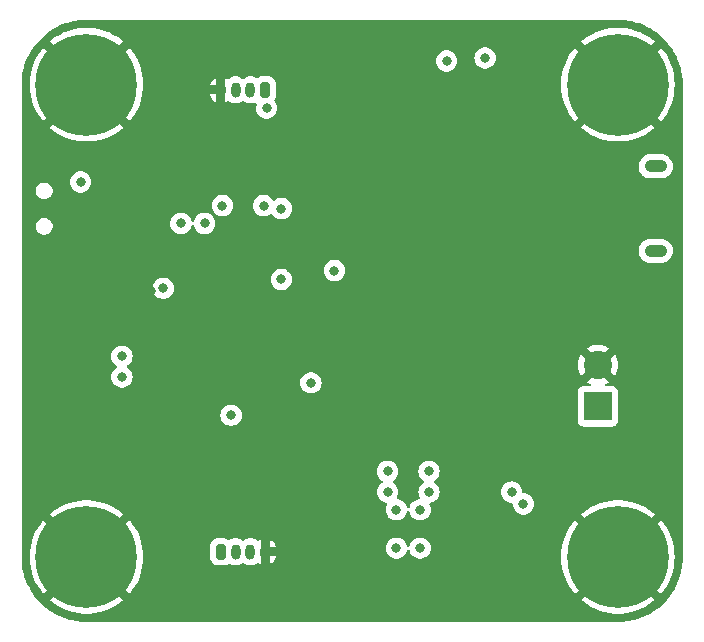
<source format=gbr>
%TF.GenerationSoftware,KiCad,Pcbnew,7.0.5*%
%TF.CreationDate,2023-06-12T20:17:58-07:00*%
%TF.ProjectId,kicad_tutorial,6b696361-645f-4747-9574-6f7269616c2e,rev?*%
%TF.SameCoordinates,Original*%
%TF.FileFunction,Copper,L2,Inr*%
%TF.FilePolarity,Positive*%
%FSLAX46Y46*%
G04 Gerber Fmt 4.6, Leading zero omitted, Abs format (unit mm)*
G04 Created by KiCad (PCBNEW 7.0.5) date 2023-06-12 20:17:58*
%MOMM*%
%LPD*%
G01*
G04 APERTURE LIST*
G04 Aperture macros list*
%AMRoundRect*
0 Rectangle with rounded corners*
0 $1 Rounding radius*
0 $2 $3 $4 $5 $6 $7 $8 $9 X,Y pos of 4 corners*
0 Add a 4 corners polygon primitive as box body*
4,1,4,$2,$3,$4,$5,$6,$7,$8,$9,$2,$3,0*
0 Add four circle primitives for the rounded corners*
1,1,$1+$1,$2,$3*
1,1,$1+$1,$4,$5*
1,1,$1+$1,$6,$7*
1,1,$1+$1,$8,$9*
0 Add four rect primitives between the rounded corners*
20,1,$1+$1,$2,$3,$4,$5,0*
20,1,$1+$1,$4,$5,$6,$7,0*
20,1,$1+$1,$6,$7,$8,$9,0*
20,1,$1+$1,$8,$9,$2,$3,0*%
G04 Aperture macros list end*
%TA.AperFunction,ComponentPad*%
%ADD10RoundRect,0.200000X-0.200000X-0.450000X0.200000X-0.450000X0.200000X0.450000X-0.200000X0.450000X0*%
%TD*%
%TA.AperFunction,ComponentPad*%
%ADD11O,0.800000X1.300000*%
%TD*%
%TA.AperFunction,ComponentPad*%
%ADD12C,0.900000*%
%TD*%
%TA.AperFunction,ComponentPad*%
%ADD13C,8.600000*%
%TD*%
%TA.AperFunction,ComponentPad*%
%ADD14RoundRect,0.200000X0.200000X0.450000X-0.200000X0.450000X-0.200000X-0.450000X0.200000X-0.450000X0*%
%TD*%
%TA.AperFunction,ComponentPad*%
%ADD15R,2.400000X2.400000*%
%TD*%
%TA.AperFunction,ComponentPad*%
%ADD16C,2.400000*%
%TD*%
%TA.AperFunction,ComponentPad*%
%ADD17O,1.900000X1.050000*%
%TD*%
%TA.AperFunction,ViaPad*%
%ADD18C,0.800000*%
%TD*%
G04 APERTURE END LIST*
D10*
%TO.N,+3.3V*%
%TO.C,J4*%
X137125000Y-119050000D03*
D11*
%TO.N,UART3_TX*%
X138375000Y-119050000D03*
%TO.N,UART3_RX*%
X139625000Y-119050000D03*
%TO.N,GND*%
X140875000Y-119050000D03*
%TD*%
D12*
%TO.N,GND*%
%TO.C,H3*%
X122525000Y-119500000D03*
X123469581Y-117219581D03*
X123469581Y-121780419D03*
X125750000Y-116275000D03*
D13*
X125750000Y-119500000D03*
D12*
X125750000Y-122725000D03*
X128030419Y-117219581D03*
X128030419Y-121780419D03*
X128975000Y-119500000D03*
%TD*%
D14*
%TO.N,+3.3V*%
%TO.C,J3*%
X140875000Y-79950000D03*
D11*
%TO.N,I2C1_SCL*%
X139625000Y-79950000D03*
%TO.N,I2C1_SDA*%
X138375000Y-79950000D03*
%TO.N,GND*%
X137125000Y-79950000D03*
%TD*%
D12*
%TO.N,GND*%
%TO.C,H4*%
X122525000Y-79500000D03*
X123469581Y-77219581D03*
X123469581Y-81780419D03*
X125750000Y-76275000D03*
D13*
X125750000Y-79500000D03*
D12*
X125750000Y-82725000D03*
X128030419Y-77219581D03*
X128030419Y-81780419D03*
X128975000Y-79500000D03*
%TD*%
%TO.N,GND*%
%TO.C,H1*%
X167525000Y-79500000D03*
X168469581Y-77219581D03*
X168469581Y-81780419D03*
X170750000Y-76275000D03*
D13*
X170750000Y-79500000D03*
D12*
X170750000Y-82725000D03*
X173030419Y-77219581D03*
X173030419Y-81780419D03*
X173975000Y-79500000D03*
%TD*%
%TO.N,GND*%
%TO.C,H2*%
X167525000Y-119500000D03*
X168469581Y-117219581D03*
X168469581Y-121780419D03*
X170750000Y-116275000D03*
D13*
X170750000Y-119500000D03*
D12*
X170750000Y-122725000D03*
X173030419Y-117219581D03*
X173030419Y-121780419D03*
X173975000Y-119500000D03*
%TD*%
D15*
%TO.N,+12V*%
%TO.C,J1*%
X169050000Y-106750000D03*
D16*
%TO.N,GND*%
X169050000Y-103250000D03*
%TD*%
D17*
%TO.N,unconnected-(J5-Shield-Pad6)*%
%TO.C,J5*%
X173950000Y-93575000D03*
X173950000Y-86425000D03*
%TD*%
D18*
%TO.N,GND*%
X146750000Y-93500000D03*
X147750000Y-93750000D03*
X165500000Y-109000000D03*
X163500000Y-102000000D03*
X169250000Y-88250000D03*
X155000000Y-120250000D03*
X159500000Y-79500000D03*
X131000000Y-100500000D03*
X154000000Y-75750000D03*
X145250000Y-108500000D03*
X162000000Y-106750000D03*
X130000000Y-105250000D03*
X167500000Y-88500000D03*
X166250000Y-111500000D03*
X125260000Y-92250000D03*
X157000000Y-120250000D03*
X131250000Y-92250000D03*
X157000000Y-117000000D03*
X129500000Y-94250000D03*
X157250000Y-107000000D03*
X135500000Y-107500000D03*
X165000000Y-102000000D03*
X164500000Y-108000000D03*
X164000000Y-106750000D03*
X160000000Y-111020400D03*
X160000000Y-113500000D03*
X169250000Y-87250000D03*
X137500000Y-92000000D03*
X170000000Y-87750000D03*
X127750000Y-101000000D03*
X155000000Y-117000000D03*
X132250000Y-100500000D03*
X170000000Y-88750000D03*
X132750000Y-95000000D03*
X146500000Y-106000000D03*
X150250000Y-75750000D03*
X167250000Y-112500000D03*
X152750000Y-75750000D03*
X157250000Y-105500000D03*
X126750000Y-99250000D03*
X131190000Y-97000000D03*
%TO.N,+3.3V*%
X152000000Y-115500000D03*
X141000000Y-81500000D03*
X133750000Y-91250000D03*
X154000000Y-115500000D03*
X151250000Y-114000000D03*
X152000000Y-118750000D03*
X132250000Y-96750000D03*
X154750000Y-114000000D03*
X154750000Y-112250000D03*
X146750000Y-95250000D03*
X138000000Y-107500000D03*
X125260000Y-87750000D03*
X128750000Y-102500000D03*
X156250000Y-77500000D03*
X144750000Y-104750000D03*
X135750000Y-91250000D03*
X137250000Y-89750000D03*
X161750000Y-114000000D03*
X151250000Y-112250000D03*
X128750000Y-104250000D03*
X159500000Y-77250000D03*
X162750000Y-115000000D03*
X154000000Y-118750000D03*
X140750000Y-89750000D03*
%TO.N,NRST*%
X142250000Y-90000000D03*
X142250000Y-96000000D03*
%TD*%
%TA.AperFunction,Conductor*%
%TO.N,GND*%
G36*
X170751279Y-74000552D02*
G01*
X170967428Y-74009493D01*
X170988030Y-74010392D01*
X171208385Y-74020013D01*
X171213320Y-74020427D01*
X171443212Y-74049083D01*
X171671925Y-74079194D01*
X171676490Y-74079972D01*
X171905404Y-74127970D01*
X172098797Y-74170845D01*
X172128677Y-74177470D01*
X172132939Y-74178575D01*
X172358024Y-74245586D01*
X172575459Y-74314144D01*
X172579315Y-74315502D01*
X172798122Y-74400881D01*
X172799145Y-74401293D01*
X173009004Y-74488219D01*
X173012437Y-74489768D01*
X173223780Y-74593087D01*
X173224903Y-74593653D01*
X173408775Y-74689371D01*
X173426130Y-74698406D01*
X173429239Y-74700139D01*
X173493866Y-74738648D01*
X173631362Y-74820578D01*
X173632842Y-74821490D01*
X173791072Y-74922294D01*
X173823955Y-74943243D01*
X173826669Y-74945074D01*
X174018180Y-75081810D01*
X174019897Y-75083081D01*
X174199600Y-75220971D01*
X174201892Y-75222822D01*
X174361107Y-75357670D01*
X174381476Y-75374921D01*
X174383292Y-75376521D01*
X174550252Y-75529511D01*
X174552183Y-75531359D01*
X174718638Y-75697814D01*
X174720487Y-75699746D01*
X174873477Y-75866706D01*
X174875077Y-75868522D01*
X175027167Y-76048094D01*
X175029045Y-76050421D01*
X175166917Y-76230101D01*
X175168188Y-76231818D01*
X175304924Y-76423329D01*
X175306755Y-76426043D01*
X175381780Y-76543807D01*
X175428486Y-76617120D01*
X175429439Y-76618667D01*
X175549859Y-76820759D01*
X175551592Y-76823868D01*
X175581706Y-76881715D01*
X175656313Y-77025034D01*
X175656946Y-77026288D01*
X175737675Y-77191421D01*
X175760220Y-77237539D01*
X175761792Y-77241024D01*
X175791084Y-77311740D01*
X175848675Y-77450778D01*
X175849153Y-77451967D01*
X175934487Y-77670659D01*
X175935859Y-77674553D01*
X176004434Y-77892043D01*
X176071420Y-78117049D01*
X176072528Y-78121321D01*
X176122042Y-78344658D01*
X176170022Y-78573488D01*
X176170812Y-78578120D01*
X176200908Y-78806728D01*
X176229569Y-79036662D01*
X176229986Y-79041629D01*
X176240511Y-79282687D01*
X176249447Y-79498718D01*
X176249500Y-79501280D01*
X176249500Y-119498719D01*
X176249447Y-119501281D01*
X176240511Y-119717312D01*
X176229986Y-119958369D01*
X176229569Y-119963336D01*
X176200908Y-120193270D01*
X176170812Y-120421878D01*
X176170022Y-120426510D01*
X176122042Y-120655340D01*
X176072528Y-120878677D01*
X176071420Y-120882949D01*
X176004434Y-121107955D01*
X175935859Y-121325445D01*
X175934487Y-121329339D01*
X175849153Y-121548031D01*
X175848675Y-121549220D01*
X175761801Y-121758955D01*
X175760220Y-121762459D01*
X175656973Y-121973657D01*
X175656267Y-121975056D01*
X175551592Y-122176130D01*
X175549859Y-122179239D01*
X175429439Y-122381331D01*
X175428468Y-122382907D01*
X175306755Y-122573955D01*
X175304924Y-122576669D01*
X175168188Y-122768180D01*
X175166917Y-122769897D01*
X175029045Y-122949577D01*
X175027167Y-122951904D01*
X174875077Y-123131476D01*
X174873477Y-123133292D01*
X174720487Y-123300252D01*
X174718616Y-123302207D01*
X174552207Y-123468616D01*
X174550252Y-123470487D01*
X174383292Y-123623477D01*
X174381476Y-123625077D01*
X174201904Y-123777167D01*
X174199577Y-123779045D01*
X174019897Y-123916917D01*
X174018180Y-123918188D01*
X173826669Y-124054924D01*
X173823955Y-124056755D01*
X173632907Y-124178468D01*
X173631331Y-124179439D01*
X173429239Y-124299859D01*
X173426130Y-124301592D01*
X173257589Y-124389330D01*
X173225028Y-124406280D01*
X173223657Y-124406973D01*
X173012459Y-124510220D01*
X173008955Y-124511801D01*
X172799220Y-124598675D01*
X172798031Y-124599153D01*
X172579339Y-124684487D01*
X172575445Y-124685859D01*
X172357955Y-124754434D01*
X172132949Y-124821420D01*
X172128677Y-124822528D01*
X171905340Y-124872042D01*
X171676510Y-124920022D01*
X171671878Y-124920812D01*
X171443270Y-124950908D01*
X171213336Y-124979569D01*
X171208369Y-124979986D01*
X170967422Y-124990506D01*
X170755874Y-124999257D01*
X170751280Y-124999447D01*
X170748720Y-124999500D01*
X125751280Y-124999500D01*
X125748719Y-124999447D01*
X125743779Y-124999242D01*
X125532576Y-124990506D01*
X125291629Y-124979986D01*
X125286662Y-124979569D01*
X125056728Y-124950908D01*
X124865637Y-124925751D01*
X124828116Y-124920811D01*
X124823488Y-124920022D01*
X124594658Y-124872042D01*
X124371321Y-124822528D01*
X124367049Y-124821420D01*
X124142043Y-124754434D01*
X123924553Y-124685859D01*
X123920659Y-124684487D01*
X123701967Y-124599153D01*
X123700778Y-124598675D01*
X123641462Y-124574106D01*
X123491024Y-124511792D01*
X123487539Y-124510220D01*
X123444847Y-124489349D01*
X123276288Y-124406946D01*
X123275034Y-124406313D01*
X123163706Y-124348360D01*
X123073868Y-124301592D01*
X123070759Y-124299859D01*
X122868667Y-124179439D01*
X122867120Y-124178486D01*
X122793807Y-124131780D01*
X122676043Y-124056755D01*
X122673329Y-124054924D01*
X122481818Y-123918188D01*
X122480101Y-123916917D01*
X122368876Y-123831572D01*
X122300409Y-123779035D01*
X122298094Y-123777167D01*
X122118522Y-123625077D01*
X122116706Y-123623477D01*
X121949746Y-123470487D01*
X121947814Y-123468638D01*
X121781359Y-123302183D01*
X121779511Y-123300252D01*
X121626521Y-123133292D01*
X121624921Y-123131476D01*
X121562698Y-123058009D01*
X121472822Y-122951892D01*
X121470971Y-122949600D01*
X121333081Y-122769897D01*
X121331810Y-122768180D01*
X121195074Y-122576669D01*
X121193243Y-122573955D01*
X121172294Y-122541072D01*
X121071490Y-122382842D01*
X121070578Y-122381362D01*
X120950139Y-122179239D01*
X120948406Y-122176130D01*
X120939371Y-122158775D01*
X120843653Y-121974903D01*
X120843087Y-121973780D01*
X120739768Y-121762437D01*
X120738219Y-121759004D01*
X120651293Y-121549145D01*
X120650881Y-121548122D01*
X120565502Y-121329315D01*
X120564144Y-121325459D01*
X120495586Y-121108024D01*
X120428575Y-120882939D01*
X120427470Y-120878677D01*
X120405207Y-120778258D01*
X120377957Y-120655340D01*
X120329972Y-120426490D01*
X120329194Y-120421925D01*
X120299083Y-120193212D01*
X120270427Y-119963320D01*
X120270013Y-119958385D01*
X120259488Y-119717312D01*
X120257452Y-119668084D01*
X120250550Y-119501232D01*
X120250525Y-119500003D01*
X120945162Y-119500003D01*
X120964504Y-119930692D01*
X120964505Y-119930701D01*
X121022378Y-120357938D01*
X121118313Y-120778258D01*
X121251542Y-121188296D01*
X121251545Y-121188304D01*
X121420985Y-121584730D01*
X121420989Y-121584738D01*
X121625294Y-121964399D01*
X121862799Y-122324207D01*
X121862800Y-122324208D01*
X122099122Y-122620546D01*
X122967409Y-121752259D01*
X123165686Y-121752259D01*
X123176035Y-121863940D01*
X123226029Y-121964341D01*
X123308915Y-122039903D01*
X123413501Y-122080419D01*
X123497383Y-122080419D01*
X123579831Y-122065007D01*
X123675191Y-122005962D01*
X123742782Y-121916457D01*
X123773476Y-121808579D01*
X123763127Y-121696898D01*
X123713133Y-121596497D01*
X123630247Y-121520935D01*
X123525661Y-121480419D01*
X123441779Y-121480419D01*
X123359331Y-121495831D01*
X123263971Y-121554876D01*
X123196380Y-121644381D01*
X123165686Y-121752259D01*
X122967409Y-121752259D01*
X123984682Y-120734986D01*
X123989410Y-120742760D01*
X124175031Y-120970918D01*
X124389990Y-121171676D01*
X124518172Y-121262156D01*
X122631224Y-123149104D01*
X122631224Y-123149105D01*
X122754235Y-123256576D01*
X123103024Y-123509986D01*
X123473140Y-123731120D01*
X123473146Y-123731123D01*
X123861569Y-123918178D01*
X123861583Y-123918184D01*
X124265209Y-124069667D01*
X124265234Y-124069675D01*
X124680816Y-124184369D01*
X125105023Y-124261351D01*
X125534435Y-124299999D01*
X125534438Y-124300000D01*
X125965562Y-124300000D01*
X125965564Y-124299999D01*
X126394976Y-124261351D01*
X126819183Y-124184369D01*
X127234765Y-124069675D01*
X127234790Y-124069667D01*
X127638416Y-123918184D01*
X127638430Y-123918178D01*
X128026853Y-123731123D01*
X128026859Y-123731120D01*
X128396975Y-123509986D01*
X128745755Y-123256582D01*
X128745785Y-123256558D01*
X128868774Y-123149105D01*
X128868774Y-123149104D01*
X127471929Y-121752259D01*
X127726524Y-121752259D01*
X127736873Y-121863940D01*
X127786867Y-121964341D01*
X127869753Y-122039903D01*
X127974339Y-122080419D01*
X128058221Y-122080419D01*
X128140669Y-122065007D01*
X128236029Y-122005962D01*
X128303620Y-121916457D01*
X128334314Y-121808579D01*
X128323965Y-121696898D01*
X128273971Y-121596497D01*
X128191085Y-121520935D01*
X128086499Y-121480419D01*
X128002617Y-121480419D01*
X127920169Y-121495831D01*
X127824809Y-121554876D01*
X127757218Y-121644381D01*
X127726524Y-121752259D01*
X127471929Y-121752259D01*
X126981827Y-121262157D01*
X127110010Y-121171676D01*
X127324969Y-120970918D01*
X127510590Y-120742760D01*
X127515316Y-120734987D01*
X129400875Y-122620546D01*
X129637199Y-122324208D01*
X129637200Y-122324207D01*
X129874705Y-121964399D01*
X130079010Y-121584738D01*
X130079014Y-121584730D01*
X130248454Y-121188304D01*
X130248457Y-121188296D01*
X130381686Y-120778258D01*
X130477621Y-120357938D01*
X130535494Y-119930701D01*
X130535495Y-119930692D01*
X130552296Y-119556613D01*
X136224500Y-119556613D01*
X136230913Y-119627192D01*
X136281522Y-119789606D01*
X136369530Y-119935188D01*
X136489811Y-120055469D01*
X136489813Y-120055470D01*
X136489815Y-120055472D01*
X136635394Y-120143478D01*
X136797804Y-120194086D01*
X136868384Y-120200500D01*
X136868387Y-120200500D01*
X137381613Y-120200500D01*
X137381616Y-120200500D01*
X137452196Y-120194086D01*
X137614606Y-120143478D01*
X137756671Y-120057596D01*
X137824222Y-120039761D01*
X137890696Y-120061278D01*
X137893669Y-120063372D01*
X137921670Y-120083715D01*
X137922270Y-120084151D01*
X138095192Y-120161142D01*
X138095197Y-120161144D01*
X138280354Y-120200500D01*
X138280355Y-120200500D01*
X138469644Y-120200500D01*
X138469646Y-120200500D01*
X138654803Y-120161144D01*
X138827730Y-120084151D01*
X138927114Y-120011944D01*
X138992921Y-119988464D01*
X139060975Y-120004289D01*
X139072885Y-120011944D01*
X139172265Y-120084148D01*
X139172270Y-120084151D01*
X139345192Y-120161142D01*
X139345197Y-120161144D01*
X139530354Y-120200500D01*
X139530355Y-120200500D01*
X139719644Y-120200500D01*
X139719646Y-120200500D01*
X139904803Y-120161144D01*
X140077730Y-120084151D01*
X140177541Y-120011634D01*
X140243346Y-119988155D01*
X140311400Y-120003980D01*
X140323311Y-120011635D01*
X140422521Y-120083715D01*
X140499999Y-120118210D01*
X140500000Y-120118210D01*
X140500000Y-119540746D01*
X140506068Y-119502430D01*
X140510674Y-119488256D01*
X140517322Y-119425000D01*
X141250000Y-119425000D01*
X141250000Y-120118210D01*
X141327476Y-120083717D01*
X141480535Y-119972512D01*
X141607127Y-119831918D01*
X141607129Y-119831915D01*
X141701716Y-119668084D01*
X141701721Y-119668072D01*
X141760182Y-119488149D01*
X141766819Y-119425000D01*
X141250000Y-119425000D01*
X140517322Y-119425000D01*
X140525500Y-119347192D01*
X140525500Y-119050000D01*
X140620102Y-119050000D01*
X140639505Y-119147545D01*
X140694760Y-119230240D01*
X140777455Y-119285495D01*
X140850376Y-119300000D01*
X140899624Y-119300000D01*
X140972545Y-119285495D01*
X141055240Y-119230240D01*
X141110495Y-119147545D01*
X141129898Y-119050000D01*
X141110495Y-118952455D01*
X141055240Y-118869760D01*
X140972545Y-118814505D01*
X140899624Y-118800000D01*
X140850376Y-118800000D01*
X140777455Y-118814505D01*
X140694760Y-118869760D01*
X140639505Y-118952455D01*
X140620102Y-119050000D01*
X140525500Y-119050000D01*
X140525500Y-118752808D01*
X140525205Y-118750000D01*
X151094540Y-118750000D01*
X151114326Y-118938256D01*
X151114327Y-118938259D01*
X151172818Y-119118277D01*
X151172821Y-119118284D01*
X151267467Y-119282216D01*
X151325972Y-119347192D01*
X151394129Y-119422888D01*
X151547265Y-119534148D01*
X151547270Y-119534151D01*
X151720192Y-119611142D01*
X151720197Y-119611144D01*
X151905354Y-119650500D01*
X151905355Y-119650500D01*
X152094644Y-119650500D01*
X152094646Y-119650500D01*
X152279803Y-119611144D01*
X152452730Y-119534151D01*
X152605871Y-119422888D01*
X152732533Y-119282216D01*
X152827179Y-119118284D01*
X152882069Y-118949348D01*
X152921505Y-118891676D01*
X152985863Y-118864477D01*
X153054710Y-118876391D01*
X153106186Y-118923635D01*
X153117930Y-118949350D01*
X153172819Y-119118280D01*
X153172821Y-119118284D01*
X153267467Y-119282216D01*
X153325972Y-119347192D01*
X153394129Y-119422888D01*
X153547265Y-119534148D01*
X153547270Y-119534151D01*
X153720192Y-119611142D01*
X153720197Y-119611144D01*
X153905354Y-119650500D01*
X153905355Y-119650500D01*
X154094644Y-119650500D01*
X154094646Y-119650500D01*
X154279803Y-119611144D01*
X154452730Y-119534151D01*
X154499731Y-119500003D01*
X165945162Y-119500003D01*
X165964504Y-119930692D01*
X165964505Y-119930701D01*
X166022378Y-120357938D01*
X166118313Y-120778258D01*
X166251542Y-121188296D01*
X166251545Y-121188304D01*
X166420985Y-121584730D01*
X166420989Y-121584738D01*
X166625294Y-121964399D01*
X166862799Y-122324207D01*
X166862800Y-122324208D01*
X167099122Y-122620546D01*
X167967409Y-121752259D01*
X168165686Y-121752259D01*
X168176035Y-121863940D01*
X168226029Y-121964341D01*
X168308915Y-122039903D01*
X168413501Y-122080419D01*
X168497383Y-122080419D01*
X168579831Y-122065007D01*
X168675191Y-122005962D01*
X168742782Y-121916457D01*
X168773476Y-121808579D01*
X168763127Y-121696898D01*
X168713133Y-121596497D01*
X168630247Y-121520935D01*
X168525661Y-121480419D01*
X168441779Y-121480419D01*
X168359331Y-121495831D01*
X168263971Y-121554876D01*
X168196380Y-121644381D01*
X168165686Y-121752259D01*
X167967409Y-121752259D01*
X168984682Y-120734986D01*
X168989410Y-120742760D01*
X169175031Y-120970918D01*
X169389990Y-121171676D01*
X169518172Y-121262156D01*
X167631224Y-123149104D01*
X167631224Y-123149105D01*
X167754235Y-123256576D01*
X168103024Y-123509986D01*
X168473140Y-123731120D01*
X168473146Y-123731123D01*
X168861569Y-123918178D01*
X168861583Y-123918184D01*
X169265209Y-124069667D01*
X169265234Y-124069675D01*
X169680816Y-124184369D01*
X170105023Y-124261351D01*
X170534435Y-124299999D01*
X170534438Y-124300000D01*
X170965562Y-124300000D01*
X170965564Y-124299999D01*
X171394976Y-124261351D01*
X171819183Y-124184369D01*
X172234765Y-124069675D01*
X172234790Y-124069667D01*
X172638416Y-123918184D01*
X172638430Y-123918178D01*
X173026853Y-123731123D01*
X173026859Y-123731120D01*
X173396975Y-123509986D01*
X173745755Y-123256582D01*
X173745785Y-123256558D01*
X173868774Y-123149105D01*
X173868774Y-123149104D01*
X172471929Y-121752259D01*
X172726524Y-121752259D01*
X172736873Y-121863940D01*
X172786867Y-121964341D01*
X172869753Y-122039903D01*
X172974339Y-122080419D01*
X173058221Y-122080419D01*
X173140669Y-122065007D01*
X173236029Y-122005962D01*
X173303620Y-121916457D01*
X173334314Y-121808579D01*
X173323965Y-121696898D01*
X173273971Y-121596497D01*
X173191085Y-121520935D01*
X173086499Y-121480419D01*
X173002617Y-121480419D01*
X172920169Y-121495831D01*
X172824809Y-121554876D01*
X172757218Y-121644381D01*
X172726524Y-121752259D01*
X172471929Y-121752259D01*
X171981827Y-121262157D01*
X172110010Y-121171676D01*
X172324969Y-120970918D01*
X172510590Y-120742760D01*
X172515316Y-120734987D01*
X174400875Y-122620546D01*
X174637199Y-122324208D01*
X174637200Y-122324207D01*
X174874705Y-121964399D01*
X175079010Y-121584738D01*
X175079014Y-121584730D01*
X175248454Y-121188304D01*
X175248457Y-121188296D01*
X175381686Y-120778258D01*
X175477621Y-120357938D01*
X175535494Y-119930701D01*
X175535495Y-119930692D01*
X175554838Y-119500003D01*
X175554838Y-119499996D01*
X175535495Y-119069307D01*
X175535494Y-119069298D01*
X175477621Y-118642061D01*
X175381686Y-118221741D01*
X175248457Y-117811703D01*
X175248454Y-117811695D01*
X175079014Y-117415269D01*
X175079010Y-117415261D01*
X174874705Y-117035600D01*
X174637200Y-116675792D01*
X174637199Y-116675791D01*
X174400875Y-116379452D01*
X172515316Y-118265011D01*
X172510590Y-118257240D01*
X172324969Y-118029082D01*
X172110010Y-117828324D01*
X171981826Y-117737841D01*
X172528246Y-117191421D01*
X172726524Y-117191421D01*
X172736873Y-117303102D01*
X172786867Y-117403503D01*
X172869753Y-117479065D01*
X172974339Y-117519581D01*
X173058221Y-117519581D01*
X173140669Y-117504169D01*
X173236029Y-117445124D01*
X173303620Y-117355619D01*
X173334314Y-117247741D01*
X173323965Y-117136060D01*
X173273971Y-117035659D01*
X173191085Y-116960097D01*
X173086499Y-116919581D01*
X173002617Y-116919581D01*
X172920169Y-116934993D01*
X172824809Y-116994038D01*
X172757218Y-117083543D01*
X172726524Y-117191421D01*
X172528246Y-117191421D01*
X173868774Y-115850894D01*
X173868774Y-115850893D01*
X173745764Y-115743423D01*
X173396975Y-115490013D01*
X173026859Y-115268879D01*
X173026853Y-115268876D01*
X172638430Y-115081821D01*
X172638416Y-115081815D01*
X172234790Y-114930332D01*
X172234765Y-114930324D01*
X171819183Y-114815630D01*
X171394976Y-114738648D01*
X170965564Y-114700000D01*
X170534435Y-114700000D01*
X170105023Y-114738648D01*
X169680816Y-114815630D01*
X169265234Y-114930324D01*
X169265209Y-114930332D01*
X168861583Y-115081815D01*
X168861569Y-115081821D01*
X168473146Y-115268876D01*
X168473140Y-115268879D01*
X168103024Y-115490013D01*
X167754242Y-115743419D01*
X167631224Y-115850894D01*
X169518172Y-117737842D01*
X169389990Y-117828324D01*
X169175031Y-118029082D01*
X168989410Y-118257240D01*
X168984683Y-118265013D01*
X167911091Y-117191421D01*
X168165686Y-117191421D01*
X168176035Y-117303102D01*
X168226029Y-117403503D01*
X168308915Y-117479065D01*
X168413501Y-117519581D01*
X168497383Y-117519581D01*
X168579831Y-117504169D01*
X168675191Y-117445124D01*
X168742782Y-117355619D01*
X168773476Y-117247741D01*
X168763127Y-117136060D01*
X168713133Y-117035659D01*
X168630247Y-116960097D01*
X168525661Y-116919581D01*
X168441779Y-116919581D01*
X168359331Y-116934993D01*
X168263971Y-116994038D01*
X168196380Y-117083543D01*
X168165686Y-117191421D01*
X167911091Y-117191421D01*
X167099122Y-116379452D01*
X166862800Y-116675791D01*
X166862799Y-116675792D01*
X166625294Y-117035600D01*
X166420989Y-117415261D01*
X166420985Y-117415269D01*
X166251545Y-117811695D01*
X166251542Y-117811703D01*
X166118313Y-118221741D01*
X166022378Y-118642061D01*
X165964505Y-119069298D01*
X165964504Y-119069307D01*
X165945162Y-119499996D01*
X165945162Y-119500003D01*
X154499731Y-119500003D01*
X154605871Y-119422888D01*
X154732533Y-119282216D01*
X154827179Y-119118284D01*
X154885674Y-118938256D01*
X154905460Y-118750000D01*
X154885674Y-118561744D01*
X154827179Y-118381716D01*
X154732533Y-118217784D01*
X154605871Y-118077112D01*
X154605870Y-118077111D01*
X154452734Y-117965851D01*
X154452729Y-117965848D01*
X154279807Y-117888857D01*
X154279802Y-117888855D01*
X154134000Y-117857865D01*
X154094646Y-117849500D01*
X153905354Y-117849500D01*
X153872897Y-117856398D01*
X153720197Y-117888855D01*
X153720192Y-117888857D01*
X153547270Y-117965848D01*
X153547265Y-117965851D01*
X153394129Y-118077111D01*
X153267466Y-118217785D01*
X153172821Y-118381715D01*
X153172818Y-118381722D01*
X153117931Y-118550648D01*
X153078493Y-118608324D01*
X153014135Y-118635522D01*
X152945288Y-118623607D01*
X152893813Y-118576363D01*
X152882069Y-118550648D01*
X152827181Y-118381722D01*
X152827180Y-118381721D01*
X152827179Y-118381716D01*
X152732533Y-118217784D01*
X152605871Y-118077112D01*
X152605870Y-118077111D01*
X152452734Y-117965851D01*
X152452729Y-117965848D01*
X152279807Y-117888857D01*
X152279802Y-117888855D01*
X152134000Y-117857865D01*
X152094646Y-117849500D01*
X151905354Y-117849500D01*
X151872897Y-117856398D01*
X151720197Y-117888855D01*
X151720192Y-117888857D01*
X151547270Y-117965848D01*
X151547265Y-117965851D01*
X151394129Y-118077111D01*
X151267466Y-118217785D01*
X151172821Y-118381715D01*
X151172818Y-118381722D01*
X151120291Y-118543386D01*
X151114326Y-118561744D01*
X151094540Y-118750000D01*
X140525205Y-118750000D01*
X140510674Y-118611744D01*
X140506069Y-118597571D01*
X140500000Y-118559253D01*
X140500000Y-117981788D01*
X141249999Y-117981788D01*
X141249999Y-118674999D01*
X141250001Y-118675000D01*
X141766818Y-118675000D01*
X141760182Y-118611850D01*
X141701721Y-118431927D01*
X141701716Y-118431915D01*
X141607129Y-118268084D01*
X141607127Y-118268081D01*
X141480539Y-118127490D01*
X141480536Y-118127488D01*
X141327477Y-118016282D01*
X141249999Y-117981788D01*
X140500000Y-117981788D01*
X140500000Y-117981787D01*
X140422521Y-118016283D01*
X140323310Y-118088365D01*
X140257504Y-118111845D01*
X140189450Y-118096019D01*
X140177548Y-118088371D01*
X140095944Y-118029082D01*
X140077729Y-118015848D01*
X139904807Y-117938857D01*
X139904802Y-117938855D01*
X139749817Y-117905913D01*
X139719646Y-117899500D01*
X139530354Y-117899500D01*
X139500183Y-117905913D01*
X139345197Y-117938855D01*
X139345192Y-117938857D01*
X139172270Y-118015848D01*
X139172266Y-118015850D01*
X139072883Y-118088056D01*
X139007077Y-118111535D01*
X138939023Y-118095709D01*
X138927114Y-118088055D01*
X138827734Y-118015851D01*
X138827729Y-118015848D01*
X138654807Y-117938857D01*
X138654802Y-117938855D01*
X138499817Y-117905913D01*
X138469646Y-117899500D01*
X138280354Y-117899500D01*
X138250183Y-117905913D01*
X138095197Y-117938855D01*
X138095192Y-117938857D01*
X137922271Y-118015848D01*
X137893701Y-118036605D01*
X137827894Y-118060083D01*
X137759840Y-118044256D01*
X137756668Y-118042402D01*
X137614606Y-117956522D01*
X137557916Y-117938857D01*
X137452196Y-117905914D01*
X137452194Y-117905913D01*
X137452192Y-117905913D01*
X137402778Y-117901423D01*
X137381616Y-117899500D01*
X136868384Y-117899500D01*
X136849145Y-117901248D01*
X136797807Y-117905913D01*
X136635393Y-117956522D01*
X136489811Y-118044530D01*
X136369530Y-118164811D01*
X136281522Y-118310393D01*
X136230913Y-118472807D01*
X136224500Y-118543386D01*
X136224500Y-119556613D01*
X130552296Y-119556613D01*
X130554838Y-119500003D01*
X130554838Y-119499996D01*
X130535495Y-119069307D01*
X130535494Y-119069298D01*
X130477621Y-118642061D01*
X130381686Y-118221741D01*
X130248457Y-117811703D01*
X130248454Y-117811695D01*
X130079014Y-117415269D01*
X130079010Y-117415261D01*
X129874705Y-117035600D01*
X129637200Y-116675792D01*
X129637199Y-116675791D01*
X129400875Y-116379452D01*
X127515316Y-118265011D01*
X127510590Y-118257240D01*
X127324969Y-118029082D01*
X127110010Y-117828324D01*
X126981826Y-117737841D01*
X127528246Y-117191421D01*
X127726524Y-117191421D01*
X127736873Y-117303102D01*
X127786867Y-117403503D01*
X127869753Y-117479065D01*
X127974339Y-117519581D01*
X128058221Y-117519581D01*
X128140669Y-117504169D01*
X128236029Y-117445124D01*
X128303620Y-117355619D01*
X128334314Y-117247741D01*
X128323965Y-117136060D01*
X128273971Y-117035659D01*
X128191085Y-116960097D01*
X128086499Y-116919581D01*
X128002617Y-116919581D01*
X127920169Y-116934993D01*
X127824809Y-116994038D01*
X127757218Y-117083543D01*
X127726524Y-117191421D01*
X127528246Y-117191421D01*
X128868774Y-115850894D01*
X128868774Y-115850893D01*
X128745764Y-115743423D01*
X128396975Y-115490013D01*
X128026859Y-115268879D01*
X128026853Y-115268876D01*
X127638430Y-115081821D01*
X127638416Y-115081815D01*
X127234790Y-114930332D01*
X127234765Y-114930324D01*
X126819183Y-114815630D01*
X126394976Y-114738648D01*
X125965564Y-114700000D01*
X125534435Y-114700000D01*
X125105023Y-114738648D01*
X124680816Y-114815630D01*
X124265234Y-114930324D01*
X124265209Y-114930332D01*
X123861583Y-115081815D01*
X123861569Y-115081821D01*
X123473146Y-115268876D01*
X123473140Y-115268879D01*
X123103024Y-115490013D01*
X122754242Y-115743419D01*
X122631224Y-115850894D01*
X124518172Y-117737842D01*
X124389990Y-117828324D01*
X124175031Y-118029082D01*
X123989410Y-118257240D01*
X123984683Y-118265013D01*
X122911091Y-117191421D01*
X123165686Y-117191421D01*
X123176035Y-117303102D01*
X123226029Y-117403503D01*
X123308915Y-117479065D01*
X123413501Y-117519581D01*
X123497383Y-117519581D01*
X123579831Y-117504169D01*
X123675191Y-117445124D01*
X123742782Y-117355619D01*
X123773476Y-117247741D01*
X123763127Y-117136060D01*
X123713133Y-117035659D01*
X123630247Y-116960097D01*
X123525661Y-116919581D01*
X123441779Y-116919581D01*
X123359331Y-116934993D01*
X123263971Y-116994038D01*
X123196380Y-117083543D01*
X123165686Y-117191421D01*
X122911091Y-117191421D01*
X122099122Y-116379452D01*
X121862800Y-116675791D01*
X121862799Y-116675792D01*
X121625294Y-117035600D01*
X121420989Y-117415261D01*
X121420985Y-117415269D01*
X121251545Y-117811695D01*
X121251542Y-117811703D01*
X121118313Y-118221741D01*
X121022378Y-118642061D01*
X120964505Y-119069298D01*
X120964504Y-119069307D01*
X120945162Y-119499996D01*
X120945162Y-119500003D01*
X120250525Y-119500003D01*
X120250500Y-119498768D01*
X120250500Y-114000000D01*
X150344540Y-114000000D01*
X150364326Y-114188256D01*
X150364327Y-114188259D01*
X150422818Y-114368277D01*
X150422819Y-114368279D01*
X150422821Y-114368284D01*
X150517467Y-114532216D01*
X150613487Y-114638857D01*
X150644129Y-114672888D01*
X150797265Y-114784148D01*
X150797270Y-114784151D01*
X150970192Y-114861142D01*
X150970193Y-114861142D01*
X150970197Y-114861144D01*
X151122871Y-114893595D01*
X151184352Y-114926787D01*
X151218129Y-114987950D01*
X151213477Y-115057664D01*
X151204478Y-115076884D01*
X151172820Y-115131717D01*
X151172818Y-115131722D01*
X151117931Y-115300648D01*
X151114326Y-115311744D01*
X151094540Y-115500000D01*
X151114326Y-115688256D01*
X151114327Y-115688259D01*
X151172818Y-115868277D01*
X151172821Y-115868284D01*
X151267467Y-116032216D01*
X151320467Y-116091078D01*
X151394129Y-116172888D01*
X151547265Y-116284148D01*
X151547270Y-116284151D01*
X151720192Y-116361142D01*
X151720197Y-116361144D01*
X151905354Y-116400500D01*
X151905355Y-116400500D01*
X152094644Y-116400500D01*
X152094646Y-116400500D01*
X152279803Y-116361144D01*
X152452730Y-116284151D01*
X152605871Y-116172888D01*
X152732533Y-116032216D01*
X152827179Y-115868284D01*
X152882068Y-115699351D01*
X152921506Y-115641675D01*
X152985865Y-115614477D01*
X153054711Y-115626392D01*
X153106187Y-115673636D01*
X153117931Y-115699351D01*
X153172818Y-115868277D01*
X153172821Y-115868284D01*
X153267467Y-116032216D01*
X153320467Y-116091078D01*
X153394129Y-116172888D01*
X153547265Y-116284148D01*
X153547270Y-116284151D01*
X153720192Y-116361142D01*
X153720197Y-116361144D01*
X153905354Y-116400500D01*
X153905355Y-116400500D01*
X154094644Y-116400500D01*
X154094646Y-116400500D01*
X154279803Y-116361144D01*
X154452730Y-116284151D01*
X154605871Y-116172888D01*
X154732533Y-116032216D01*
X154827179Y-115868284D01*
X154885674Y-115688256D01*
X154905460Y-115500000D01*
X154885674Y-115311744D01*
X154827179Y-115131716D01*
X154795521Y-115076883D01*
X154779049Y-115008985D01*
X154801902Y-114942958D01*
X154856823Y-114899767D01*
X154877111Y-114893599D01*
X155029803Y-114861144D01*
X155029807Y-114861142D01*
X155029808Y-114861142D01*
X155106241Y-114827111D01*
X155202730Y-114784151D01*
X155355871Y-114672888D01*
X155482533Y-114532216D01*
X155577179Y-114368284D01*
X155635674Y-114188256D01*
X155655460Y-114000000D01*
X160844540Y-114000000D01*
X160864326Y-114188256D01*
X160864327Y-114188259D01*
X160922818Y-114368277D01*
X160922819Y-114368279D01*
X160922821Y-114368284D01*
X161017467Y-114532216D01*
X161113487Y-114638857D01*
X161144129Y-114672888D01*
X161297265Y-114784148D01*
X161297270Y-114784151D01*
X161470192Y-114861142D01*
X161470197Y-114861144D01*
X161655354Y-114900500D01*
X161655355Y-114900500D01*
X161722432Y-114900500D01*
X161789471Y-114920185D01*
X161835226Y-114972989D01*
X161845752Y-115011535D01*
X161864326Y-115188256D01*
X161864327Y-115188259D01*
X161922818Y-115368277D01*
X161922821Y-115368284D01*
X162017467Y-115532216D01*
X162102264Y-115626392D01*
X162144129Y-115672888D01*
X162297265Y-115784148D01*
X162297270Y-115784151D01*
X162470192Y-115861142D01*
X162470197Y-115861144D01*
X162655354Y-115900500D01*
X162655355Y-115900500D01*
X162844644Y-115900500D01*
X162844646Y-115900500D01*
X163029803Y-115861144D01*
X163202730Y-115784151D01*
X163355871Y-115672888D01*
X163482533Y-115532216D01*
X163577179Y-115368284D01*
X163635674Y-115188256D01*
X163655460Y-115000000D01*
X163635674Y-114811744D01*
X163577179Y-114631716D01*
X163482533Y-114467784D01*
X163355871Y-114327112D01*
X163355870Y-114327111D01*
X163202734Y-114215851D01*
X163202729Y-114215848D01*
X163029807Y-114138857D01*
X163029802Y-114138855D01*
X162884001Y-114107865D01*
X162844646Y-114099500D01*
X162777568Y-114099500D01*
X162710529Y-114079815D01*
X162664774Y-114027011D01*
X162654247Y-113988462D01*
X162635674Y-113811744D01*
X162577179Y-113631716D01*
X162482533Y-113467784D01*
X162355871Y-113327112D01*
X162355870Y-113327111D01*
X162202734Y-113215851D01*
X162202729Y-113215848D01*
X162029807Y-113138857D01*
X162029802Y-113138855D01*
X161884000Y-113107865D01*
X161844646Y-113099500D01*
X161655354Y-113099500D01*
X161622897Y-113106398D01*
X161470197Y-113138855D01*
X161470192Y-113138857D01*
X161297270Y-113215848D01*
X161297265Y-113215851D01*
X161144129Y-113327111D01*
X161017466Y-113467785D01*
X160922821Y-113631715D01*
X160922818Y-113631722D01*
X160864327Y-113811740D01*
X160864326Y-113811744D01*
X160844540Y-114000000D01*
X155655460Y-114000000D01*
X155635674Y-113811744D01*
X155577179Y-113631716D01*
X155482533Y-113467784D01*
X155355871Y-113327112D01*
X155215762Y-113225317D01*
X155173097Y-113169987D01*
X155167118Y-113100374D01*
X155199724Y-113038579D01*
X155215748Y-113024692D01*
X155355871Y-112922888D01*
X155482533Y-112782216D01*
X155577179Y-112618284D01*
X155635674Y-112438256D01*
X155655460Y-112250000D01*
X155635674Y-112061744D01*
X155577179Y-111881716D01*
X155482533Y-111717784D01*
X155355871Y-111577112D01*
X155355870Y-111577111D01*
X155202734Y-111465851D01*
X155202729Y-111465848D01*
X155029807Y-111388857D01*
X155029802Y-111388855D01*
X154884001Y-111357865D01*
X154844646Y-111349500D01*
X154655354Y-111349500D01*
X154622897Y-111356398D01*
X154470197Y-111388855D01*
X154470192Y-111388857D01*
X154297270Y-111465848D01*
X154297265Y-111465851D01*
X154144129Y-111577111D01*
X154017466Y-111717785D01*
X153922821Y-111881715D01*
X153922818Y-111881722D01*
X153864327Y-112061740D01*
X153864326Y-112061744D01*
X153844540Y-112250000D01*
X153864326Y-112438256D01*
X153864327Y-112438259D01*
X153922818Y-112618277D01*
X153922821Y-112618284D01*
X154017467Y-112782216D01*
X154144126Y-112922885D01*
X154144129Y-112922888D01*
X154284236Y-113024682D01*
X154326902Y-113080012D01*
X154332881Y-113149625D01*
X154300275Y-113211420D01*
X154284236Y-113225318D01*
X154144129Y-113327111D01*
X154017466Y-113467785D01*
X153922821Y-113631715D01*
X153922818Y-113631722D01*
X153864327Y-113811740D01*
X153864326Y-113811744D01*
X153844540Y-114000000D01*
X153864326Y-114188256D01*
X153864327Y-114188259D01*
X153922818Y-114368277D01*
X153922823Y-114368289D01*
X153954477Y-114423115D01*
X153970950Y-114491015D01*
X153948097Y-114557042D01*
X153893176Y-114600232D01*
X153872871Y-114606404D01*
X153720197Y-114638855D01*
X153720192Y-114638857D01*
X153547270Y-114715848D01*
X153547265Y-114715851D01*
X153394129Y-114827111D01*
X153267466Y-114967785D01*
X153172821Y-115131715D01*
X153172819Y-115131719D01*
X153117930Y-115300649D01*
X153078492Y-115358324D01*
X153014133Y-115385522D01*
X152945287Y-115373607D01*
X152893811Y-115326363D01*
X152882070Y-115300653D01*
X152827179Y-115131716D01*
X152732533Y-114967784D01*
X152605871Y-114827112D01*
X152605870Y-114827111D01*
X152452734Y-114715851D01*
X152452729Y-114715848D01*
X152279807Y-114638857D01*
X152279802Y-114638855D01*
X152127128Y-114606404D01*
X152065646Y-114573212D01*
X152031870Y-114512049D01*
X152036522Y-114442334D01*
X152045515Y-114423126D01*
X152077179Y-114368284D01*
X152135674Y-114188256D01*
X152155460Y-114000000D01*
X152135674Y-113811744D01*
X152077179Y-113631716D01*
X151982533Y-113467784D01*
X151855871Y-113327112D01*
X151715762Y-113225317D01*
X151673097Y-113169987D01*
X151667118Y-113100374D01*
X151699724Y-113038579D01*
X151715748Y-113024692D01*
X151855871Y-112922888D01*
X151982533Y-112782216D01*
X152077179Y-112618284D01*
X152135674Y-112438256D01*
X152155460Y-112250000D01*
X152135674Y-112061744D01*
X152077179Y-111881716D01*
X151982533Y-111717784D01*
X151855871Y-111577112D01*
X151855870Y-111577111D01*
X151702734Y-111465851D01*
X151702729Y-111465848D01*
X151529807Y-111388857D01*
X151529802Y-111388855D01*
X151384000Y-111357865D01*
X151344646Y-111349500D01*
X151155354Y-111349500D01*
X151122897Y-111356398D01*
X150970197Y-111388855D01*
X150970192Y-111388857D01*
X150797270Y-111465848D01*
X150797265Y-111465851D01*
X150644129Y-111577111D01*
X150517466Y-111717785D01*
X150422821Y-111881715D01*
X150422818Y-111881722D01*
X150364327Y-112061740D01*
X150364326Y-112061744D01*
X150344540Y-112250000D01*
X150364326Y-112438256D01*
X150364327Y-112438259D01*
X150422818Y-112618277D01*
X150422821Y-112618284D01*
X150517467Y-112782216D01*
X150644126Y-112922885D01*
X150644129Y-112922888D01*
X150784236Y-113024682D01*
X150826902Y-113080012D01*
X150832881Y-113149625D01*
X150800275Y-113211420D01*
X150784236Y-113225318D01*
X150644129Y-113327111D01*
X150517466Y-113467785D01*
X150422821Y-113631715D01*
X150422818Y-113631722D01*
X150364327Y-113811740D01*
X150364326Y-113811744D01*
X150344540Y-114000000D01*
X120250500Y-114000000D01*
X120250500Y-107500000D01*
X137094540Y-107500000D01*
X137114326Y-107688256D01*
X137114327Y-107688259D01*
X137172818Y-107868277D01*
X137172821Y-107868284D01*
X137267467Y-108032216D01*
X137290217Y-108057482D01*
X137394129Y-108172888D01*
X137547265Y-108284148D01*
X137547270Y-108284151D01*
X137720192Y-108361142D01*
X137720197Y-108361144D01*
X137905354Y-108400500D01*
X137905355Y-108400500D01*
X138094644Y-108400500D01*
X138094646Y-108400500D01*
X138279803Y-108361144D01*
X138452730Y-108284151D01*
X138605871Y-108172888D01*
X138732533Y-108032216D01*
X138827179Y-107868284D01*
X138885674Y-107688256D01*
X138905460Y-107500000D01*
X138885674Y-107311744D01*
X138827179Y-107131716D01*
X138732533Y-106967784D01*
X138605871Y-106827112D01*
X138605870Y-106827111D01*
X138452734Y-106715851D01*
X138452729Y-106715848D01*
X138279807Y-106638857D01*
X138279802Y-106638855D01*
X138134000Y-106607865D01*
X138094646Y-106599500D01*
X137905354Y-106599500D01*
X137872897Y-106606398D01*
X137720197Y-106638855D01*
X137720192Y-106638857D01*
X137547270Y-106715848D01*
X137547265Y-106715851D01*
X137394129Y-106827111D01*
X137267466Y-106967785D01*
X137172821Y-107131715D01*
X137172818Y-107131722D01*
X137114327Y-107311740D01*
X137114326Y-107311744D01*
X137094540Y-107500000D01*
X120250500Y-107500000D01*
X120250500Y-104250000D01*
X127844540Y-104250000D01*
X127864326Y-104438256D01*
X127864327Y-104438259D01*
X127922818Y-104618277D01*
X127922821Y-104618284D01*
X128017467Y-104782216D01*
X128130591Y-104907853D01*
X128144129Y-104922888D01*
X128297265Y-105034148D01*
X128297270Y-105034151D01*
X128470192Y-105111142D01*
X128470197Y-105111144D01*
X128655354Y-105150500D01*
X128655355Y-105150500D01*
X128844644Y-105150500D01*
X128844646Y-105150500D01*
X129029803Y-105111144D01*
X129202730Y-105034151D01*
X129355871Y-104922888D01*
X129482533Y-104782216D01*
X129501133Y-104750000D01*
X143844540Y-104750000D01*
X143864326Y-104938256D01*
X143864327Y-104938259D01*
X143922818Y-105118277D01*
X143922821Y-105118284D01*
X144017467Y-105282216D01*
X144144128Y-105422888D01*
X144144129Y-105422888D01*
X144297265Y-105534148D01*
X144297270Y-105534151D01*
X144470192Y-105611142D01*
X144470197Y-105611144D01*
X144655354Y-105650500D01*
X144655355Y-105650500D01*
X144844644Y-105650500D01*
X144844646Y-105650500D01*
X145029803Y-105611144D01*
X145202730Y-105534151D01*
X145355871Y-105422888D01*
X145482533Y-105282216D01*
X145577179Y-105118284D01*
X145635674Y-104938256D01*
X145655460Y-104750000D01*
X145635674Y-104561744D01*
X145577179Y-104381716D01*
X145482533Y-104217784D01*
X145355871Y-104077112D01*
X145334719Y-104061744D01*
X145202734Y-103965851D01*
X145202729Y-103965848D01*
X145029807Y-103888857D01*
X145029802Y-103888855D01*
X144884001Y-103857865D01*
X144844646Y-103849500D01*
X144655354Y-103849500D01*
X144622897Y-103856398D01*
X144470197Y-103888855D01*
X144470192Y-103888857D01*
X144297270Y-103965848D01*
X144297265Y-103965851D01*
X144144129Y-104077111D01*
X144017466Y-104217785D01*
X143922821Y-104381715D01*
X143922818Y-104381722D01*
X143864327Y-104561740D01*
X143864326Y-104561744D01*
X143844540Y-104750000D01*
X129501133Y-104750000D01*
X129577179Y-104618284D01*
X129635674Y-104438256D01*
X129655460Y-104250000D01*
X129635674Y-104061744D01*
X129577179Y-103881716D01*
X129482533Y-103717784D01*
X129355871Y-103577112D01*
X129322116Y-103552588D01*
X129215763Y-103475318D01*
X129173097Y-103419988D01*
X129167118Y-103350375D01*
X129199723Y-103288580D01*
X129215763Y-103274682D01*
X129249729Y-103250004D01*
X167345233Y-103250004D01*
X167364273Y-103504079D01*
X167420968Y-103752477D01*
X167420973Y-103752494D01*
X167514058Y-103989671D01*
X167611399Y-104158270D01*
X168453530Y-103316139D01*
X168465444Y-103406631D01*
X168525901Y-103552588D01*
X168622075Y-103677925D01*
X168747412Y-103774099D01*
X168893369Y-103834556D01*
X168983860Y-103846469D01*
X168141925Y-104688402D01*
X168197616Y-104726371D01*
X168197621Y-104726374D01*
X168379123Y-104813780D01*
X168430983Y-104860602D01*
X168449296Y-104928029D01*
X168428249Y-104994653D01*
X168374522Y-105039321D01*
X168325322Y-105049500D01*
X167802129Y-105049500D01*
X167802123Y-105049501D01*
X167742516Y-105055908D01*
X167607671Y-105106202D01*
X167607664Y-105106206D01*
X167492455Y-105192452D01*
X167492452Y-105192455D01*
X167406206Y-105307664D01*
X167406202Y-105307671D01*
X167355908Y-105442517D01*
X167349501Y-105502116D01*
X167349501Y-105502123D01*
X167349500Y-105502135D01*
X167349500Y-107997870D01*
X167349501Y-107997876D01*
X167355908Y-108057483D01*
X167406202Y-108192328D01*
X167406206Y-108192335D01*
X167492452Y-108307544D01*
X167492455Y-108307547D01*
X167607664Y-108393793D01*
X167607671Y-108393797D01*
X167742517Y-108444091D01*
X167742516Y-108444091D01*
X167749444Y-108444835D01*
X167802127Y-108450500D01*
X170297872Y-108450499D01*
X170357483Y-108444091D01*
X170492331Y-108393796D01*
X170607546Y-108307546D01*
X170693796Y-108192331D01*
X170744091Y-108057483D01*
X170750500Y-107997873D01*
X170750499Y-105502128D01*
X170744091Y-105442517D01*
X170693796Y-105307669D01*
X170693795Y-105307668D01*
X170693793Y-105307664D01*
X170607547Y-105192455D01*
X170607544Y-105192452D01*
X170492335Y-105106206D01*
X170492328Y-105106202D01*
X170357482Y-105055908D01*
X170357483Y-105055908D01*
X170297883Y-105049501D01*
X170297881Y-105049500D01*
X170297873Y-105049500D01*
X170297865Y-105049500D01*
X169774679Y-105049500D01*
X169707640Y-105029815D01*
X169661885Y-104977011D01*
X169651941Y-104907853D01*
X169680966Y-104844297D01*
X169720878Y-104813780D01*
X169902381Y-104726373D01*
X169958073Y-104688402D01*
X169116139Y-103846469D01*
X169206631Y-103834556D01*
X169352588Y-103774099D01*
X169477925Y-103677925D01*
X169574099Y-103552589D01*
X169634556Y-103406631D01*
X169646469Y-103316139D01*
X170488599Y-104158270D01*
X170488600Y-104158270D01*
X170585941Y-103989671D01*
X170679026Y-103752494D01*
X170679031Y-103752477D01*
X170735726Y-103504079D01*
X170754767Y-103250004D01*
X170754767Y-103249995D01*
X170735726Y-102995920D01*
X170679031Y-102747522D01*
X170679026Y-102747505D01*
X170585941Y-102510328D01*
X170585942Y-102510328D01*
X170488599Y-102341728D01*
X169646469Y-103183859D01*
X169634556Y-103093369D01*
X169574099Y-102947412D01*
X169477925Y-102822075D01*
X169352588Y-102725901D01*
X169206631Y-102665444D01*
X169116140Y-102653530D01*
X169958073Y-101811596D01*
X169902384Y-101773628D01*
X169902376Y-101773623D01*
X169672823Y-101663078D01*
X169672825Y-101663078D01*
X169429347Y-101587975D01*
X169429341Y-101587973D01*
X169177404Y-101550000D01*
X168922595Y-101550000D01*
X168670658Y-101587973D01*
X168670652Y-101587975D01*
X168427178Y-101663077D01*
X168197618Y-101773627D01*
X168197612Y-101773630D01*
X168141926Y-101811596D01*
X168983860Y-102653530D01*
X168893369Y-102665444D01*
X168747412Y-102725901D01*
X168622075Y-102822075D01*
X168525901Y-102947411D01*
X168465444Y-103093369D01*
X168453530Y-103183860D01*
X167611399Y-102341729D01*
X167514058Y-102510328D01*
X167420973Y-102747505D01*
X167420968Y-102747522D01*
X167364273Y-102995920D01*
X167345233Y-103249995D01*
X167345233Y-103250004D01*
X129249729Y-103250004D01*
X129355871Y-103172888D01*
X129482533Y-103032216D01*
X129577179Y-102868284D01*
X129635674Y-102688256D01*
X129655460Y-102500000D01*
X129635674Y-102311744D01*
X129577179Y-102131716D01*
X129482533Y-101967784D01*
X129355871Y-101827112D01*
X129334515Y-101811596D01*
X129202734Y-101715851D01*
X129202729Y-101715848D01*
X129029807Y-101638857D01*
X129029802Y-101638855D01*
X128884000Y-101607865D01*
X128844646Y-101599500D01*
X128655354Y-101599500D01*
X128622897Y-101606398D01*
X128470197Y-101638855D01*
X128470192Y-101638857D01*
X128297270Y-101715848D01*
X128297265Y-101715851D01*
X128144129Y-101827111D01*
X128017466Y-101967785D01*
X127922821Y-102131715D01*
X127922818Y-102131722D01*
X127864327Y-102311740D01*
X127864326Y-102311744D01*
X127844540Y-102500000D01*
X127864326Y-102688256D01*
X127864327Y-102688259D01*
X127922818Y-102868277D01*
X127922821Y-102868284D01*
X128017467Y-103032216D01*
X128072530Y-103093369D01*
X128144129Y-103172888D01*
X128284236Y-103274682D01*
X128326902Y-103330012D01*
X128332881Y-103399625D01*
X128300275Y-103461420D01*
X128284236Y-103475318D01*
X128144129Y-103577111D01*
X128017466Y-103717785D01*
X127922821Y-103881715D01*
X127922818Y-103881722D01*
X127864327Y-104061740D01*
X127864326Y-104061744D01*
X127844540Y-104250000D01*
X120250500Y-104250000D01*
X120250500Y-96750000D01*
X131344540Y-96750000D01*
X131364326Y-96938256D01*
X131364327Y-96938259D01*
X131422818Y-97118277D01*
X131422821Y-97118284D01*
X131517467Y-97282216D01*
X131644128Y-97422888D01*
X131644129Y-97422888D01*
X131797265Y-97534148D01*
X131797270Y-97534151D01*
X131970192Y-97611142D01*
X131970197Y-97611144D01*
X132155354Y-97650500D01*
X132155355Y-97650500D01*
X132344644Y-97650500D01*
X132344646Y-97650500D01*
X132529803Y-97611144D01*
X132702730Y-97534151D01*
X132855871Y-97422888D01*
X132982533Y-97282216D01*
X133077179Y-97118284D01*
X133135674Y-96938256D01*
X133155460Y-96750000D01*
X133135674Y-96561744D01*
X133077179Y-96381716D01*
X132982533Y-96217784D01*
X132855871Y-96077112D01*
X132855870Y-96077111D01*
X132749736Y-96000000D01*
X141344540Y-96000000D01*
X141364326Y-96188256D01*
X141364327Y-96188259D01*
X141422818Y-96368277D01*
X141422821Y-96368284D01*
X141517467Y-96532216D01*
X141644128Y-96672887D01*
X141644129Y-96672888D01*
X141797265Y-96784148D01*
X141797270Y-96784151D01*
X141970192Y-96861142D01*
X141970197Y-96861144D01*
X142155354Y-96900500D01*
X142155355Y-96900500D01*
X142344644Y-96900500D01*
X142344646Y-96900500D01*
X142529803Y-96861144D01*
X142702730Y-96784151D01*
X142855871Y-96672888D01*
X142982533Y-96532216D01*
X143077179Y-96368284D01*
X143135674Y-96188256D01*
X143155460Y-96000000D01*
X143135674Y-95811744D01*
X143077179Y-95631716D01*
X142982533Y-95467784D01*
X142855871Y-95327112D01*
X142855870Y-95327111D01*
X142749736Y-95250000D01*
X145844540Y-95250000D01*
X145864326Y-95438256D01*
X145864327Y-95438259D01*
X145922818Y-95618277D01*
X145922821Y-95618284D01*
X146017467Y-95782216D01*
X146113487Y-95888857D01*
X146144129Y-95922888D01*
X146297265Y-96034148D01*
X146297270Y-96034151D01*
X146470192Y-96111142D01*
X146470197Y-96111144D01*
X146655354Y-96150500D01*
X146655355Y-96150500D01*
X146844644Y-96150500D01*
X146844646Y-96150500D01*
X147029803Y-96111144D01*
X147202730Y-96034151D01*
X147355871Y-95922888D01*
X147482533Y-95782216D01*
X147577179Y-95618284D01*
X147635674Y-95438256D01*
X147655460Y-95250000D01*
X147635674Y-95061744D01*
X147577179Y-94881716D01*
X147482533Y-94717784D01*
X147355871Y-94577112D01*
X147355870Y-94577111D01*
X147202734Y-94465851D01*
X147202729Y-94465848D01*
X147029807Y-94388857D01*
X147029802Y-94388855D01*
X146884000Y-94357865D01*
X146844646Y-94349500D01*
X146655354Y-94349500D01*
X146622897Y-94356398D01*
X146470197Y-94388855D01*
X146470192Y-94388857D01*
X146297270Y-94465848D01*
X146297265Y-94465851D01*
X146144129Y-94577111D01*
X146017466Y-94717785D01*
X145922821Y-94881715D01*
X145922818Y-94881722D01*
X145864327Y-95061740D01*
X145864326Y-95061744D01*
X145844540Y-95250000D01*
X142749736Y-95250000D01*
X142702734Y-95215851D01*
X142702729Y-95215848D01*
X142529807Y-95138857D01*
X142529802Y-95138855D01*
X142384000Y-95107865D01*
X142344646Y-95099500D01*
X142155354Y-95099500D01*
X142122897Y-95106398D01*
X141970197Y-95138855D01*
X141970192Y-95138857D01*
X141797270Y-95215848D01*
X141797265Y-95215851D01*
X141644129Y-95327111D01*
X141517466Y-95467785D01*
X141422821Y-95631715D01*
X141422818Y-95631722D01*
X141373921Y-95782214D01*
X141364326Y-95811744D01*
X141344540Y-96000000D01*
X132749736Y-96000000D01*
X132702734Y-95965851D01*
X132702729Y-95965848D01*
X132529807Y-95888857D01*
X132529802Y-95888855D01*
X132384000Y-95857865D01*
X132344646Y-95849500D01*
X132155354Y-95849500D01*
X132122897Y-95856398D01*
X131970197Y-95888855D01*
X131970192Y-95888857D01*
X131797270Y-95965848D01*
X131797265Y-95965851D01*
X131644129Y-96077111D01*
X131517466Y-96217785D01*
X131422821Y-96381715D01*
X131422818Y-96381722D01*
X131373921Y-96532214D01*
X131364326Y-96561744D01*
X131344540Y-96750000D01*
X120250500Y-96750000D01*
X120250500Y-93575000D01*
X172494538Y-93575000D01*
X172514337Y-93776031D01*
X172572978Y-93969345D01*
X172668198Y-94147488D01*
X172668203Y-94147495D01*
X172796352Y-94303647D01*
X172852225Y-94349500D01*
X172952506Y-94431798D01*
X172952509Y-94431799D01*
X172952511Y-94431801D01*
X173130654Y-94527021D01*
X173130656Y-94527021D01*
X173130659Y-94527023D01*
X173323967Y-94585662D01*
X173474620Y-94600500D01*
X173474623Y-94600500D01*
X174425377Y-94600500D01*
X174425380Y-94600500D01*
X174576033Y-94585662D01*
X174769341Y-94527023D01*
X174947494Y-94431798D01*
X175103647Y-94303647D01*
X175231798Y-94147494D01*
X175327023Y-93969341D01*
X175385662Y-93776033D01*
X175405462Y-93575000D01*
X175385662Y-93373967D01*
X175327023Y-93180659D01*
X175327021Y-93180656D01*
X175327021Y-93180654D01*
X175231801Y-93002511D01*
X175231799Y-93002509D01*
X175231798Y-93002506D01*
X175192824Y-92955016D01*
X175103647Y-92846352D01*
X174947495Y-92718203D01*
X174947488Y-92718198D01*
X174769345Y-92622978D01*
X174576031Y-92564337D01*
X174465900Y-92553490D01*
X174425380Y-92549500D01*
X173474620Y-92549500D01*
X173437433Y-92553162D01*
X173323968Y-92564337D01*
X173130654Y-92622978D01*
X172952511Y-92718198D01*
X172952504Y-92718203D01*
X172796352Y-92846352D01*
X172668203Y-93002504D01*
X172668198Y-93002511D01*
X172572978Y-93180654D01*
X172514337Y-93373968D01*
X172494538Y-93575000D01*
X120250500Y-93575000D01*
X120250500Y-91585055D01*
X121479500Y-91585055D01*
X121520210Y-91750226D01*
X121599263Y-91900849D01*
X121599266Y-91900852D01*
X121712071Y-92028183D01*
X121802318Y-92090476D01*
X121852068Y-92124817D01*
X121852069Y-92124817D01*
X121852070Y-92124818D01*
X122011128Y-92185140D01*
X122087028Y-92194356D01*
X122137626Y-92200500D01*
X122137628Y-92200500D01*
X122222374Y-92200500D01*
X122264538Y-92195380D01*
X122348872Y-92185140D01*
X122507930Y-92124818D01*
X122647929Y-92028183D01*
X122760734Y-91900852D01*
X122839790Y-91750225D01*
X122880500Y-91585056D01*
X122880500Y-91414944D01*
X122839845Y-91250000D01*
X132844540Y-91250000D01*
X132864326Y-91438256D01*
X132864327Y-91438259D01*
X132922818Y-91618277D01*
X132922821Y-91618284D01*
X133017467Y-91782216D01*
X133124285Y-91900849D01*
X133144129Y-91922888D01*
X133297265Y-92034148D01*
X133297270Y-92034151D01*
X133470192Y-92111142D01*
X133470197Y-92111144D01*
X133655354Y-92150500D01*
X133655355Y-92150500D01*
X133844644Y-92150500D01*
X133844646Y-92150500D01*
X134029803Y-92111144D01*
X134202730Y-92034151D01*
X134355871Y-91922888D01*
X134482533Y-91782216D01*
X134577179Y-91618284D01*
X134632068Y-91449351D01*
X134671506Y-91391675D01*
X134735865Y-91364477D01*
X134804711Y-91376392D01*
X134856187Y-91423636D01*
X134867931Y-91449351D01*
X134922818Y-91618277D01*
X134922821Y-91618284D01*
X135017467Y-91782216D01*
X135124285Y-91900849D01*
X135144129Y-91922888D01*
X135297265Y-92034148D01*
X135297270Y-92034151D01*
X135470192Y-92111142D01*
X135470197Y-92111144D01*
X135655354Y-92150500D01*
X135655355Y-92150500D01*
X135844644Y-92150500D01*
X135844646Y-92150500D01*
X136029803Y-92111144D01*
X136202730Y-92034151D01*
X136355871Y-91922888D01*
X136482533Y-91782216D01*
X136577179Y-91618284D01*
X136635674Y-91438256D01*
X136655460Y-91250000D01*
X136635674Y-91061744D01*
X136577179Y-90881716D01*
X136482533Y-90717784D01*
X136355871Y-90577112D01*
X136355870Y-90577111D01*
X136202734Y-90465851D01*
X136202729Y-90465848D01*
X136029807Y-90388857D01*
X136029802Y-90388855D01*
X135884000Y-90357865D01*
X135844646Y-90349500D01*
X135655354Y-90349500D01*
X135635265Y-90353770D01*
X135470197Y-90388855D01*
X135470192Y-90388857D01*
X135297270Y-90465848D01*
X135297265Y-90465851D01*
X135144129Y-90577111D01*
X135017466Y-90717785D01*
X134922821Y-90881715D01*
X134922818Y-90881722D01*
X134867931Y-91050648D01*
X134828493Y-91108324D01*
X134764135Y-91135522D01*
X134695288Y-91123607D01*
X134643813Y-91076363D01*
X134632069Y-91050648D01*
X134577181Y-90881722D01*
X134577180Y-90881721D01*
X134577179Y-90881716D01*
X134482533Y-90717784D01*
X134355871Y-90577112D01*
X134355870Y-90577111D01*
X134202734Y-90465851D01*
X134202729Y-90465848D01*
X134029807Y-90388857D01*
X134029802Y-90388855D01*
X133884000Y-90357865D01*
X133844646Y-90349500D01*
X133655354Y-90349500D01*
X133635265Y-90353770D01*
X133470197Y-90388855D01*
X133470192Y-90388857D01*
X133297270Y-90465848D01*
X133297265Y-90465851D01*
X133144129Y-90577111D01*
X133017466Y-90717785D01*
X132922821Y-90881715D01*
X132922818Y-90881722D01*
X132893545Y-90971817D01*
X132864326Y-91061744D01*
X132844540Y-91250000D01*
X122839845Y-91250000D01*
X122839790Y-91249775D01*
X122779825Y-91135522D01*
X122760736Y-91099150D01*
X122727597Y-91061744D01*
X122647929Y-90971817D01*
X122598177Y-90937475D01*
X122507931Y-90875182D01*
X122348874Y-90814860D01*
X122348868Y-90814859D01*
X122222374Y-90799500D01*
X122222372Y-90799500D01*
X122137628Y-90799500D01*
X122137626Y-90799500D01*
X122011131Y-90814859D01*
X122011125Y-90814860D01*
X121852068Y-90875182D01*
X121712072Y-90971816D01*
X121599263Y-91099150D01*
X121520210Y-91249773D01*
X121479500Y-91414944D01*
X121479500Y-91585055D01*
X120250500Y-91585055D01*
X120250500Y-89750000D01*
X136344540Y-89750000D01*
X136364326Y-89938256D01*
X136364327Y-89938259D01*
X136422818Y-90118277D01*
X136422821Y-90118284D01*
X136517467Y-90282216D01*
X136613487Y-90388857D01*
X136644129Y-90422888D01*
X136797265Y-90534148D01*
X136797270Y-90534151D01*
X136970192Y-90611142D01*
X136970197Y-90611144D01*
X137155354Y-90650500D01*
X137155355Y-90650500D01*
X137344644Y-90650500D01*
X137344646Y-90650500D01*
X137529803Y-90611144D01*
X137702730Y-90534151D01*
X137855871Y-90422888D01*
X137982533Y-90282216D01*
X138077179Y-90118284D01*
X138135674Y-89938256D01*
X138155460Y-89750000D01*
X139844540Y-89750000D01*
X139864326Y-89938256D01*
X139864327Y-89938259D01*
X139922818Y-90118277D01*
X139922821Y-90118284D01*
X140017467Y-90282216D01*
X140113487Y-90388857D01*
X140144129Y-90422888D01*
X140297265Y-90534148D01*
X140297270Y-90534151D01*
X140470192Y-90611142D01*
X140470197Y-90611144D01*
X140655354Y-90650500D01*
X140655355Y-90650500D01*
X140844644Y-90650500D01*
X140844646Y-90650500D01*
X141029803Y-90611144D01*
X141202730Y-90534151D01*
X141313833Y-90453429D01*
X141379636Y-90429951D01*
X141447690Y-90445776D01*
X141494103Y-90491749D01*
X141517465Y-90532214D01*
X141644129Y-90672888D01*
X141797265Y-90784148D01*
X141797270Y-90784151D01*
X141970192Y-90861142D01*
X141970197Y-90861144D01*
X142155354Y-90900500D01*
X142155355Y-90900500D01*
X142344644Y-90900500D01*
X142344646Y-90900500D01*
X142529803Y-90861144D01*
X142702730Y-90784151D01*
X142855871Y-90672888D01*
X142982533Y-90532216D01*
X143077179Y-90368284D01*
X143135674Y-90188256D01*
X143155460Y-90000000D01*
X143135674Y-89811744D01*
X143077179Y-89631716D01*
X142982533Y-89467784D01*
X142855871Y-89327112D01*
X142855870Y-89327111D01*
X142702734Y-89215851D01*
X142702729Y-89215848D01*
X142529807Y-89138857D01*
X142529802Y-89138855D01*
X142384001Y-89107865D01*
X142344646Y-89099500D01*
X142155354Y-89099500D01*
X142122897Y-89106398D01*
X141970197Y-89138855D01*
X141970192Y-89138857D01*
X141797270Y-89215848D01*
X141797265Y-89215851D01*
X141686168Y-89296568D01*
X141620361Y-89320048D01*
X141552308Y-89304222D01*
X141505895Y-89258249D01*
X141482533Y-89217785D01*
X141482533Y-89217784D01*
X141355871Y-89077112D01*
X141288526Y-89028183D01*
X141202734Y-88965851D01*
X141202729Y-88965848D01*
X141029807Y-88888857D01*
X141029802Y-88888855D01*
X140884001Y-88857865D01*
X140844646Y-88849500D01*
X140655354Y-88849500D01*
X140622897Y-88856398D01*
X140470197Y-88888855D01*
X140470192Y-88888857D01*
X140297270Y-88965848D01*
X140297265Y-88965851D01*
X140144129Y-89077111D01*
X140017466Y-89217785D01*
X139922821Y-89381715D01*
X139922818Y-89381722D01*
X139894855Y-89467785D01*
X139864326Y-89561744D01*
X139844540Y-89750000D01*
X138155460Y-89750000D01*
X138135674Y-89561744D01*
X138077179Y-89381716D01*
X137982533Y-89217784D01*
X137855871Y-89077112D01*
X137788526Y-89028183D01*
X137702734Y-88965851D01*
X137702729Y-88965848D01*
X137529807Y-88888857D01*
X137529802Y-88888855D01*
X137384000Y-88857865D01*
X137344646Y-88849500D01*
X137155354Y-88849500D01*
X137122897Y-88856398D01*
X136970197Y-88888855D01*
X136970192Y-88888857D01*
X136797270Y-88965848D01*
X136797265Y-88965851D01*
X136644129Y-89077111D01*
X136517466Y-89217785D01*
X136422821Y-89381715D01*
X136422818Y-89381722D01*
X136394855Y-89467785D01*
X136364326Y-89561744D01*
X136344540Y-89750000D01*
X120250500Y-89750000D01*
X120250500Y-88585055D01*
X121479500Y-88585055D01*
X121520210Y-88750226D01*
X121599263Y-88900849D01*
X121599266Y-88900852D01*
X121712071Y-89028183D01*
X121802318Y-89090476D01*
X121852068Y-89124817D01*
X121852069Y-89124817D01*
X121852070Y-89124818D01*
X122011128Y-89185140D01*
X122087028Y-89194356D01*
X122137626Y-89200500D01*
X122137628Y-89200500D01*
X122222374Y-89200500D01*
X122264538Y-89195380D01*
X122348872Y-89185140D01*
X122507930Y-89124818D01*
X122647929Y-89028183D01*
X122760734Y-88900852D01*
X122839790Y-88750225D01*
X122880500Y-88585056D01*
X122880500Y-88414944D01*
X122839790Y-88249775D01*
X122839789Y-88249773D01*
X122760736Y-88099150D01*
X122741560Y-88077505D01*
X122647929Y-87971817D01*
X122598177Y-87937475D01*
X122507931Y-87875182D01*
X122348874Y-87814860D01*
X122348868Y-87814859D01*
X122222374Y-87799500D01*
X122222372Y-87799500D01*
X122137628Y-87799500D01*
X122137626Y-87799500D01*
X122011131Y-87814859D01*
X122011125Y-87814860D01*
X121852068Y-87875182D01*
X121712072Y-87971816D01*
X121599263Y-88099150D01*
X121520210Y-88249773D01*
X121479500Y-88414944D01*
X121479500Y-88585055D01*
X120250500Y-88585055D01*
X120250500Y-87750000D01*
X124354540Y-87750000D01*
X124374326Y-87938256D01*
X124374327Y-87938259D01*
X124432818Y-88118277D01*
X124432821Y-88118284D01*
X124527467Y-88282216D01*
X124646976Y-88414944D01*
X124654129Y-88422888D01*
X124807265Y-88534148D01*
X124807270Y-88534151D01*
X124980192Y-88611142D01*
X124980197Y-88611144D01*
X125165354Y-88650500D01*
X125165355Y-88650500D01*
X125354644Y-88650500D01*
X125354646Y-88650500D01*
X125539803Y-88611144D01*
X125712730Y-88534151D01*
X125865871Y-88422888D01*
X125992533Y-88282216D01*
X126087179Y-88118284D01*
X126145674Y-87938256D01*
X126165460Y-87750000D01*
X126145674Y-87561744D01*
X126087179Y-87381716D01*
X125992533Y-87217784D01*
X125865871Y-87077112D01*
X125865870Y-87077111D01*
X125712734Y-86965851D01*
X125712729Y-86965848D01*
X125539807Y-86888857D01*
X125539802Y-86888855D01*
X125394001Y-86857865D01*
X125354646Y-86849500D01*
X125165354Y-86849500D01*
X125132897Y-86856398D01*
X124980197Y-86888855D01*
X124980192Y-86888857D01*
X124807270Y-86965848D01*
X124807265Y-86965851D01*
X124654129Y-87077111D01*
X124527466Y-87217785D01*
X124432821Y-87381715D01*
X124432818Y-87381722D01*
X124374327Y-87561740D01*
X124374326Y-87561744D01*
X124354540Y-87750000D01*
X120250500Y-87750000D01*
X120250500Y-86424999D01*
X172494538Y-86424999D01*
X172514337Y-86626031D01*
X172572978Y-86819345D01*
X172668198Y-86997488D01*
X172668203Y-86997495D01*
X172796352Y-87153647D01*
X172905016Y-87242824D01*
X172952506Y-87281798D01*
X172952509Y-87281799D01*
X172952511Y-87281801D01*
X173130654Y-87377021D01*
X173130656Y-87377021D01*
X173130659Y-87377023D01*
X173323967Y-87435662D01*
X173474620Y-87450500D01*
X173474623Y-87450500D01*
X174425377Y-87450500D01*
X174425380Y-87450500D01*
X174576033Y-87435662D01*
X174769341Y-87377023D01*
X174947494Y-87281798D01*
X175103647Y-87153647D01*
X175231798Y-86997494D01*
X175327023Y-86819341D01*
X175385662Y-86626033D01*
X175405462Y-86425000D01*
X175385662Y-86223967D01*
X175327023Y-86030659D01*
X175327021Y-86030656D01*
X175327021Y-86030654D01*
X175231801Y-85852511D01*
X175231799Y-85852509D01*
X175231798Y-85852506D01*
X175192824Y-85805016D01*
X175103647Y-85696352D01*
X174947495Y-85568203D01*
X174947488Y-85568198D01*
X174769345Y-85472978D01*
X174576031Y-85414337D01*
X174465900Y-85403490D01*
X174425380Y-85399500D01*
X173474620Y-85399500D01*
X173437433Y-85403162D01*
X173323968Y-85414337D01*
X173130654Y-85472978D01*
X172952511Y-85568198D01*
X172952504Y-85568203D01*
X172796352Y-85696352D01*
X172668203Y-85852504D01*
X172668198Y-85852511D01*
X172572978Y-86030654D01*
X172514337Y-86223968D01*
X172494538Y-86424999D01*
X120250500Y-86424999D01*
X120250500Y-79501228D01*
X120250525Y-79500003D01*
X120945162Y-79500003D01*
X120964504Y-79930692D01*
X120964505Y-79930701D01*
X121022378Y-80357938D01*
X121118313Y-80778258D01*
X121251542Y-81188296D01*
X121251545Y-81188304D01*
X121420985Y-81584730D01*
X121420989Y-81584738D01*
X121625294Y-81964399D01*
X121862799Y-82324207D01*
X121862800Y-82324208D01*
X122099122Y-82620546D01*
X122967409Y-81752259D01*
X123165686Y-81752259D01*
X123176035Y-81863940D01*
X123226029Y-81964341D01*
X123308915Y-82039903D01*
X123413501Y-82080419D01*
X123497383Y-82080419D01*
X123579831Y-82065007D01*
X123675191Y-82005962D01*
X123742782Y-81916457D01*
X123773476Y-81808579D01*
X123763127Y-81696898D01*
X123713133Y-81596497D01*
X123630247Y-81520935D01*
X123525661Y-81480419D01*
X123441779Y-81480419D01*
X123359331Y-81495831D01*
X123263971Y-81554876D01*
X123196380Y-81644381D01*
X123165686Y-81752259D01*
X122967409Y-81752259D01*
X123984682Y-80734986D01*
X123989410Y-80742760D01*
X124175031Y-80970918D01*
X124389990Y-81171676D01*
X124518172Y-81262156D01*
X122631224Y-83149104D01*
X122631224Y-83149105D01*
X122754235Y-83256576D01*
X123103024Y-83509986D01*
X123473140Y-83731120D01*
X123473146Y-83731123D01*
X123861569Y-83918178D01*
X123861583Y-83918184D01*
X124265209Y-84069667D01*
X124265234Y-84069675D01*
X124680816Y-84184369D01*
X125105023Y-84261351D01*
X125534435Y-84299999D01*
X125534438Y-84300000D01*
X125965562Y-84300000D01*
X125965564Y-84299999D01*
X126394976Y-84261351D01*
X126819183Y-84184369D01*
X127234765Y-84069675D01*
X127234790Y-84069667D01*
X127638416Y-83918184D01*
X127638430Y-83918178D01*
X128026853Y-83731123D01*
X128026859Y-83731120D01*
X128396975Y-83509986D01*
X128745755Y-83256582D01*
X128745785Y-83256558D01*
X128868774Y-83149105D01*
X128868774Y-83149104D01*
X127471929Y-81752259D01*
X127726524Y-81752259D01*
X127736873Y-81863940D01*
X127786867Y-81964341D01*
X127869753Y-82039903D01*
X127974339Y-82080419D01*
X128058221Y-82080419D01*
X128140669Y-82065007D01*
X128236029Y-82005962D01*
X128303620Y-81916457D01*
X128334314Y-81808579D01*
X128323965Y-81696898D01*
X128273971Y-81596497D01*
X128191085Y-81520935D01*
X128086499Y-81480419D01*
X128002617Y-81480419D01*
X127920169Y-81495831D01*
X127824809Y-81554876D01*
X127757218Y-81644381D01*
X127726524Y-81752259D01*
X127471929Y-81752259D01*
X126981827Y-81262157D01*
X127110010Y-81171676D01*
X127324969Y-80970918D01*
X127510590Y-80742760D01*
X127515316Y-80734987D01*
X129400875Y-82620546D01*
X129637199Y-82324208D01*
X129637200Y-82324207D01*
X129874705Y-81964399D01*
X130079010Y-81584738D01*
X130079014Y-81584730D01*
X130248454Y-81188304D01*
X130248457Y-81188296D01*
X130381686Y-80778258D01*
X130477621Y-80357938D01*
X130482083Y-80325000D01*
X136233181Y-80325000D01*
X136239817Y-80388149D01*
X136298278Y-80568072D01*
X136298283Y-80568084D01*
X136392870Y-80731915D01*
X136392872Y-80731918D01*
X136519460Y-80872509D01*
X136519463Y-80872511D01*
X136672521Y-80983715D01*
X136749999Y-81018210D01*
X136750000Y-81018210D01*
X136750000Y-80325000D01*
X136233181Y-80325000D01*
X130482083Y-80325000D01*
X130492623Y-80247192D01*
X137474500Y-80247192D01*
X137489326Y-80388256D01*
X137493931Y-80402430D01*
X137500000Y-80440746D01*
X137500000Y-81018210D01*
X137577476Y-80983717D01*
X137676687Y-80911635D01*
X137742493Y-80888155D01*
X137810547Y-80903980D01*
X137822458Y-80911634D01*
X137856136Y-80936102D01*
X137922270Y-80984151D01*
X138095192Y-81061142D01*
X138095197Y-81061144D01*
X138280354Y-81100500D01*
X138280355Y-81100500D01*
X138469644Y-81100500D01*
X138469646Y-81100500D01*
X138654803Y-81061144D01*
X138827730Y-80984151D01*
X138868034Y-80954868D01*
X138927115Y-80911944D01*
X138992921Y-80888464D01*
X139060975Y-80904289D01*
X139072885Y-80911944D01*
X139172265Y-80984148D01*
X139172270Y-80984151D01*
X139345192Y-81061142D01*
X139345197Y-81061144D01*
X139530354Y-81100500D01*
X139530355Y-81100500D01*
X139719644Y-81100500D01*
X139719646Y-81100500D01*
X139904803Y-81061144D01*
X139990529Y-81022975D01*
X140059777Y-81013690D01*
X140123054Y-81043318D01*
X140160268Y-81102453D01*
X140159604Y-81172319D01*
X140158895Y-81174573D01*
X140154434Y-81188304D01*
X140114326Y-81311744D01*
X140094540Y-81500000D01*
X140114326Y-81688256D01*
X140114327Y-81688259D01*
X140172818Y-81868277D01*
X140172821Y-81868284D01*
X140267467Y-82032216D01*
X140394129Y-82172887D01*
X140394129Y-82172888D01*
X140547265Y-82284148D01*
X140547270Y-82284151D01*
X140720192Y-82361142D01*
X140720197Y-82361144D01*
X140905354Y-82400500D01*
X140905355Y-82400500D01*
X141094644Y-82400500D01*
X141094646Y-82400500D01*
X141279803Y-82361144D01*
X141452730Y-82284151D01*
X141605871Y-82172888D01*
X141732533Y-82032216D01*
X141827179Y-81868284D01*
X141885674Y-81688256D01*
X141905460Y-81500000D01*
X141885674Y-81311744D01*
X141827179Y-81131716D01*
X141732533Y-80967784D01*
X141685078Y-80915080D01*
X141654848Y-80852089D01*
X141663473Y-80782753D01*
X141671106Y-80767967D01*
X141718478Y-80689606D01*
X141769086Y-80527196D01*
X141775500Y-80456616D01*
X141775500Y-79500003D01*
X165945162Y-79500003D01*
X165964504Y-79930692D01*
X165964505Y-79930701D01*
X166022378Y-80357938D01*
X166118313Y-80778258D01*
X166251542Y-81188296D01*
X166251545Y-81188304D01*
X166420985Y-81584730D01*
X166420989Y-81584738D01*
X166625294Y-81964399D01*
X166862799Y-82324207D01*
X166862800Y-82324208D01*
X167099122Y-82620546D01*
X167967409Y-81752259D01*
X168165686Y-81752259D01*
X168176035Y-81863940D01*
X168226029Y-81964341D01*
X168308915Y-82039903D01*
X168413501Y-82080419D01*
X168497383Y-82080419D01*
X168579831Y-82065007D01*
X168675191Y-82005962D01*
X168742782Y-81916457D01*
X168773476Y-81808579D01*
X168763127Y-81696898D01*
X168713133Y-81596497D01*
X168630247Y-81520935D01*
X168525661Y-81480419D01*
X168441779Y-81480419D01*
X168359331Y-81495831D01*
X168263971Y-81554876D01*
X168196380Y-81644381D01*
X168165686Y-81752259D01*
X167967409Y-81752259D01*
X168984682Y-80734986D01*
X168989410Y-80742760D01*
X169175031Y-80970918D01*
X169389990Y-81171676D01*
X169518172Y-81262156D01*
X167631224Y-83149104D01*
X167631224Y-83149105D01*
X167754235Y-83256576D01*
X168103024Y-83509986D01*
X168473140Y-83731120D01*
X168473146Y-83731123D01*
X168861569Y-83918178D01*
X168861583Y-83918184D01*
X169265209Y-84069667D01*
X169265234Y-84069675D01*
X169680816Y-84184369D01*
X170105023Y-84261351D01*
X170534435Y-84299999D01*
X170534438Y-84300000D01*
X170965562Y-84300000D01*
X170965564Y-84299999D01*
X171394976Y-84261351D01*
X171819183Y-84184369D01*
X172234765Y-84069675D01*
X172234790Y-84069667D01*
X172638416Y-83918184D01*
X172638430Y-83918178D01*
X173026853Y-83731123D01*
X173026859Y-83731120D01*
X173396975Y-83509986D01*
X173745755Y-83256582D01*
X173745785Y-83256558D01*
X173868774Y-83149105D01*
X173868774Y-83149104D01*
X172471929Y-81752259D01*
X172726524Y-81752259D01*
X172736873Y-81863940D01*
X172786867Y-81964341D01*
X172869753Y-82039903D01*
X172974339Y-82080419D01*
X173058221Y-82080419D01*
X173140669Y-82065007D01*
X173236029Y-82005962D01*
X173303620Y-81916457D01*
X173334314Y-81808579D01*
X173323965Y-81696898D01*
X173273971Y-81596497D01*
X173191085Y-81520935D01*
X173086499Y-81480419D01*
X173002617Y-81480419D01*
X172920169Y-81495831D01*
X172824809Y-81554876D01*
X172757218Y-81644381D01*
X172726524Y-81752259D01*
X172471929Y-81752259D01*
X171981827Y-81262157D01*
X172110010Y-81171676D01*
X172324969Y-80970918D01*
X172510590Y-80742760D01*
X172515316Y-80734987D01*
X174400875Y-82620546D01*
X174637199Y-82324208D01*
X174637200Y-82324207D01*
X174874705Y-81964399D01*
X175079010Y-81584738D01*
X175079014Y-81584730D01*
X175248454Y-81188304D01*
X175248457Y-81188296D01*
X175381686Y-80778258D01*
X175477621Y-80357938D01*
X175535494Y-79930701D01*
X175535495Y-79930692D01*
X175554838Y-79500003D01*
X175554838Y-79499996D01*
X175535495Y-79069307D01*
X175535494Y-79069298D01*
X175477621Y-78642061D01*
X175381686Y-78221741D01*
X175248457Y-77811703D01*
X175248454Y-77811695D01*
X175079014Y-77415269D01*
X175079010Y-77415261D01*
X174874705Y-77035600D01*
X174637200Y-76675792D01*
X174637199Y-76675791D01*
X174400875Y-76379452D01*
X172515316Y-78265011D01*
X172510590Y-78257240D01*
X172324969Y-78029082D01*
X172110010Y-77828324D01*
X171981826Y-77737841D01*
X172528246Y-77191421D01*
X172726524Y-77191421D01*
X172736873Y-77303102D01*
X172786867Y-77403503D01*
X172869753Y-77479065D01*
X172974339Y-77519581D01*
X173058221Y-77519581D01*
X173140669Y-77504169D01*
X173236029Y-77445124D01*
X173303620Y-77355619D01*
X173334314Y-77247741D01*
X173323965Y-77136060D01*
X173273971Y-77035659D01*
X173191085Y-76960097D01*
X173086499Y-76919581D01*
X173002617Y-76919581D01*
X172920169Y-76934993D01*
X172824809Y-76994038D01*
X172757218Y-77083543D01*
X172726524Y-77191421D01*
X172528246Y-77191421D01*
X173868774Y-75850894D01*
X173868774Y-75850893D01*
X173745764Y-75743423D01*
X173396975Y-75490013D01*
X173026859Y-75268879D01*
X173026853Y-75268876D01*
X172638430Y-75081821D01*
X172638416Y-75081815D01*
X172234790Y-74930332D01*
X172234765Y-74930324D01*
X171819183Y-74815630D01*
X171394976Y-74738648D01*
X170965564Y-74700000D01*
X170534435Y-74700000D01*
X170105023Y-74738648D01*
X169680816Y-74815630D01*
X169265234Y-74930324D01*
X169265209Y-74930332D01*
X168861583Y-75081815D01*
X168861569Y-75081821D01*
X168473146Y-75268876D01*
X168473140Y-75268879D01*
X168103024Y-75490013D01*
X167754242Y-75743419D01*
X167631224Y-75850894D01*
X169518172Y-77737842D01*
X169389990Y-77828324D01*
X169175031Y-78029082D01*
X168989410Y-78257240D01*
X168984683Y-78265013D01*
X167911091Y-77191421D01*
X168165686Y-77191421D01*
X168176035Y-77303102D01*
X168226029Y-77403503D01*
X168308915Y-77479065D01*
X168413501Y-77519581D01*
X168497383Y-77519581D01*
X168579831Y-77504169D01*
X168675191Y-77445124D01*
X168742782Y-77355619D01*
X168773476Y-77247741D01*
X168763127Y-77136060D01*
X168713133Y-77035659D01*
X168630247Y-76960097D01*
X168525661Y-76919581D01*
X168441779Y-76919581D01*
X168359331Y-76934993D01*
X168263971Y-76994038D01*
X168196380Y-77083543D01*
X168165686Y-77191421D01*
X167911091Y-77191421D01*
X167099122Y-76379452D01*
X166862800Y-76675791D01*
X166862799Y-76675792D01*
X166625294Y-77035600D01*
X166420989Y-77415261D01*
X166420985Y-77415269D01*
X166251545Y-77811695D01*
X166251542Y-77811703D01*
X166118313Y-78221741D01*
X166022378Y-78642061D01*
X165964505Y-79069298D01*
X165964504Y-79069307D01*
X165945162Y-79499996D01*
X165945162Y-79500003D01*
X141775500Y-79500003D01*
X141775500Y-79443384D01*
X141769086Y-79372804D01*
X141718478Y-79210394D01*
X141630472Y-79064815D01*
X141630470Y-79064813D01*
X141630469Y-79064811D01*
X141510188Y-78944530D01*
X141506666Y-78942401D01*
X141364606Y-78856522D01*
X141202196Y-78805914D01*
X141202194Y-78805913D01*
X141202192Y-78805913D01*
X141152778Y-78801423D01*
X141131616Y-78799500D01*
X140618384Y-78799500D01*
X140599144Y-78801248D01*
X140547807Y-78805913D01*
X140385391Y-78856523D01*
X140243330Y-78942401D01*
X140175775Y-78960237D01*
X140109302Y-78938719D01*
X140106297Y-78936603D01*
X140077733Y-78915851D01*
X140077729Y-78915848D01*
X139904807Y-78838857D01*
X139904802Y-78838855D01*
X139749817Y-78805913D01*
X139719646Y-78799500D01*
X139530354Y-78799500D01*
X139500183Y-78805913D01*
X139345197Y-78838855D01*
X139345192Y-78838857D01*
X139172271Y-78915848D01*
X139072885Y-78988056D01*
X139007078Y-79011535D01*
X138939025Y-78995709D01*
X138927115Y-78988056D01*
X138859208Y-78938719D01*
X138827730Y-78915849D01*
X138827728Y-78915848D01*
X138827729Y-78915848D01*
X138654807Y-78838857D01*
X138654802Y-78838855D01*
X138499817Y-78805913D01*
X138469646Y-78799500D01*
X138280354Y-78799500D01*
X138250183Y-78805913D01*
X138095197Y-78838855D01*
X138095192Y-78838857D01*
X137922271Y-78915848D01*
X137822459Y-78988365D01*
X137756652Y-79011844D01*
X137688598Y-78996018D01*
X137676688Y-78988364D01*
X137577478Y-78916283D01*
X137500000Y-78881787D01*
X137500000Y-79459253D01*
X137493931Y-79497571D01*
X137493142Y-79500001D01*
X137489326Y-79511744D01*
X137474500Y-79652808D01*
X137474500Y-80247192D01*
X130492623Y-80247192D01*
X130532880Y-79950000D01*
X136870102Y-79950000D01*
X136889505Y-80047545D01*
X136944760Y-80130240D01*
X137027455Y-80185495D01*
X137100376Y-80200000D01*
X137149624Y-80200000D01*
X137222545Y-80185495D01*
X137305240Y-80130240D01*
X137360495Y-80047545D01*
X137379898Y-79950000D01*
X137360495Y-79852455D01*
X137305240Y-79769760D01*
X137222545Y-79714505D01*
X137149624Y-79700000D01*
X137100376Y-79700000D01*
X137027455Y-79714505D01*
X136944760Y-79769760D01*
X136889505Y-79852455D01*
X136870102Y-79950000D01*
X130532880Y-79950000D01*
X130535494Y-79930701D01*
X130535495Y-79930692D01*
X130551470Y-79575000D01*
X136233181Y-79575000D01*
X136750000Y-79575000D01*
X136750000Y-78881787D01*
X136672523Y-78916282D01*
X136519464Y-79027487D01*
X136392872Y-79168081D01*
X136392870Y-79168084D01*
X136298283Y-79331915D01*
X136298278Y-79331927D01*
X136239817Y-79511850D01*
X136233181Y-79575000D01*
X130551470Y-79575000D01*
X130554838Y-79500003D01*
X130554838Y-79499996D01*
X130535495Y-79069307D01*
X130535494Y-79069298D01*
X130477621Y-78642061D01*
X130381686Y-78221741D01*
X130248457Y-77811703D01*
X130248454Y-77811695D01*
X130115230Y-77500000D01*
X155344540Y-77500000D01*
X155364326Y-77688256D01*
X155364327Y-77688259D01*
X155422818Y-77868277D01*
X155422821Y-77868284D01*
X155517467Y-78032216D01*
X155597691Y-78121313D01*
X155644129Y-78172888D01*
X155797265Y-78284148D01*
X155797270Y-78284151D01*
X155970192Y-78361142D01*
X155970197Y-78361144D01*
X156155354Y-78400500D01*
X156155355Y-78400500D01*
X156344644Y-78400500D01*
X156344646Y-78400500D01*
X156529803Y-78361144D01*
X156702730Y-78284151D01*
X156855871Y-78172888D01*
X156982533Y-78032216D01*
X157077179Y-77868284D01*
X157135674Y-77688256D01*
X157155460Y-77500000D01*
X157135674Y-77311744D01*
X157115612Y-77250000D01*
X158594540Y-77250000D01*
X158614326Y-77438256D01*
X158614327Y-77438259D01*
X158672818Y-77618277D01*
X158672821Y-77618284D01*
X158767467Y-77782216D01*
X158866356Y-77892043D01*
X158894129Y-77922888D01*
X159047265Y-78034148D01*
X159047270Y-78034151D01*
X159220192Y-78111142D01*
X159220197Y-78111144D01*
X159405354Y-78150500D01*
X159405355Y-78150500D01*
X159594644Y-78150500D01*
X159594646Y-78150500D01*
X159779803Y-78111144D01*
X159952730Y-78034151D01*
X160105871Y-77922888D01*
X160232533Y-77782216D01*
X160327179Y-77618284D01*
X160385674Y-77438256D01*
X160405460Y-77250000D01*
X160385674Y-77061744D01*
X160327179Y-76881716D01*
X160232533Y-76717784D01*
X160105871Y-76577112D01*
X160102964Y-76575000D01*
X159952734Y-76465851D01*
X159952729Y-76465848D01*
X159779807Y-76388857D01*
X159779802Y-76388855D01*
X159634001Y-76357865D01*
X159594646Y-76349500D01*
X159405354Y-76349500D01*
X159372897Y-76356398D01*
X159220197Y-76388855D01*
X159220192Y-76388857D01*
X159047270Y-76465848D01*
X159047265Y-76465851D01*
X158894129Y-76577111D01*
X158767466Y-76717785D01*
X158672821Y-76881715D01*
X158672818Y-76881722D01*
X158614327Y-77061740D01*
X158614326Y-77061744D01*
X158594540Y-77250000D01*
X157115612Y-77250000D01*
X157077179Y-77131716D01*
X156982533Y-76967784D01*
X156855871Y-76827112D01*
X156851406Y-76823868D01*
X156702734Y-76715851D01*
X156702729Y-76715848D01*
X156529807Y-76638857D01*
X156529802Y-76638855D01*
X156384000Y-76607865D01*
X156344646Y-76599500D01*
X156155354Y-76599500D01*
X156122897Y-76606398D01*
X155970197Y-76638855D01*
X155970192Y-76638857D01*
X155797270Y-76715848D01*
X155797265Y-76715851D01*
X155644129Y-76827111D01*
X155517466Y-76967785D01*
X155422821Y-77131715D01*
X155422818Y-77131722D01*
X155371106Y-77290876D01*
X155364326Y-77311744D01*
X155344540Y-77500000D01*
X130115230Y-77500000D01*
X130079014Y-77415269D01*
X130079010Y-77415261D01*
X129874705Y-77035600D01*
X129637200Y-76675792D01*
X129637199Y-76675791D01*
X129400875Y-76379452D01*
X127515316Y-78265011D01*
X127510590Y-78257240D01*
X127324969Y-78029082D01*
X127110010Y-77828324D01*
X126981826Y-77737841D01*
X127528246Y-77191421D01*
X127726524Y-77191421D01*
X127736873Y-77303102D01*
X127786867Y-77403503D01*
X127869753Y-77479065D01*
X127974339Y-77519581D01*
X128058221Y-77519581D01*
X128140669Y-77504169D01*
X128236029Y-77445124D01*
X128303620Y-77355619D01*
X128334314Y-77247741D01*
X128323965Y-77136060D01*
X128273971Y-77035659D01*
X128191085Y-76960097D01*
X128086499Y-76919581D01*
X128002617Y-76919581D01*
X127920169Y-76934993D01*
X127824809Y-76994038D01*
X127757218Y-77083543D01*
X127726524Y-77191421D01*
X127528246Y-77191421D01*
X128868774Y-75850894D01*
X128868774Y-75850893D01*
X128745764Y-75743423D01*
X128396975Y-75490013D01*
X128026859Y-75268879D01*
X128026853Y-75268876D01*
X127638430Y-75081821D01*
X127638416Y-75081815D01*
X127234790Y-74930332D01*
X127234765Y-74930324D01*
X126819183Y-74815630D01*
X126394976Y-74738648D01*
X125965564Y-74700000D01*
X125534435Y-74700000D01*
X125105023Y-74738648D01*
X124680816Y-74815630D01*
X124265234Y-74930324D01*
X124265209Y-74930332D01*
X123861583Y-75081815D01*
X123861569Y-75081821D01*
X123473146Y-75268876D01*
X123473140Y-75268879D01*
X123103024Y-75490013D01*
X122754242Y-75743419D01*
X122631224Y-75850894D01*
X124518172Y-77737842D01*
X124389990Y-77828324D01*
X124175031Y-78029082D01*
X123989410Y-78257240D01*
X123984683Y-78265012D01*
X122911091Y-77191421D01*
X123165686Y-77191421D01*
X123176035Y-77303102D01*
X123226029Y-77403503D01*
X123308915Y-77479065D01*
X123413501Y-77519581D01*
X123497383Y-77519581D01*
X123579831Y-77504169D01*
X123675191Y-77445124D01*
X123742782Y-77355619D01*
X123773476Y-77247741D01*
X123763127Y-77136060D01*
X123713133Y-77035659D01*
X123630247Y-76960097D01*
X123525661Y-76919581D01*
X123441779Y-76919581D01*
X123359331Y-76934993D01*
X123263971Y-76994038D01*
X123196380Y-77083543D01*
X123165686Y-77191421D01*
X122911091Y-77191421D01*
X122099122Y-76379452D01*
X121862800Y-76675791D01*
X121862799Y-76675792D01*
X121625294Y-77035600D01*
X121420989Y-77415261D01*
X121420985Y-77415269D01*
X121251545Y-77811695D01*
X121251542Y-77811703D01*
X121118313Y-78221741D01*
X121022378Y-78642061D01*
X120964505Y-79069298D01*
X120964504Y-79069307D01*
X120945162Y-79499996D01*
X120945162Y-79500003D01*
X120250525Y-79500003D01*
X120250550Y-79498768D01*
X120259497Y-79282456D01*
X120270013Y-79041610D01*
X120270427Y-79036684D01*
X120299092Y-78806712D01*
X120329195Y-78578065D01*
X120329970Y-78573517D01*
X120377978Y-78344556D01*
X120427471Y-78121313D01*
X120428571Y-78117073D01*
X120495579Y-77891998D01*
X120564150Y-77674521D01*
X120565495Y-77670703D01*
X120650913Y-77451795D01*
X120651265Y-77450920D01*
X120738229Y-77240970D01*
X120739756Y-77237586D01*
X120843121Y-77026150D01*
X120843620Y-77025160D01*
X120948418Y-76823845D01*
X120950126Y-76820780D01*
X121070616Y-76618573D01*
X121071452Y-76617216D01*
X121193260Y-76426016D01*
X121195052Y-76423360D01*
X121331848Y-76231765D01*
X121333046Y-76230147D01*
X121471002Y-76050359D01*
X121472787Y-76048148D01*
X121624963Y-75868473D01*
X121626503Y-75866726D01*
X121779545Y-75699709D01*
X121781313Y-75697862D01*
X121947862Y-75531313D01*
X121949709Y-75529545D01*
X122116726Y-75376503D01*
X122118473Y-75374963D01*
X122298148Y-75222787D01*
X122300359Y-75221002D01*
X122480147Y-75083046D01*
X122481765Y-75081848D01*
X122673360Y-74945052D01*
X122676016Y-74943260D01*
X122867216Y-74821452D01*
X122868573Y-74820616D01*
X123070780Y-74700126D01*
X123073845Y-74698418D01*
X123275160Y-74593620D01*
X123276150Y-74593121D01*
X123487586Y-74489756D01*
X123490970Y-74488229D01*
X123700920Y-74401265D01*
X123701795Y-74400913D01*
X123920703Y-74315495D01*
X123924521Y-74314150D01*
X124141998Y-74245579D01*
X124367073Y-74178571D01*
X124371313Y-74177471D01*
X124594556Y-74127978D01*
X124823517Y-74079970D01*
X124828065Y-74079195D01*
X125056712Y-74049092D01*
X125286684Y-74020427D01*
X125291610Y-74020013D01*
X125532307Y-74009504D01*
X125748720Y-74000552D01*
X125751280Y-74000500D01*
X170748720Y-74000500D01*
X170751279Y-74000552D01*
G37*
%TD.AperFunction*%
%TD*%
M02*

</source>
